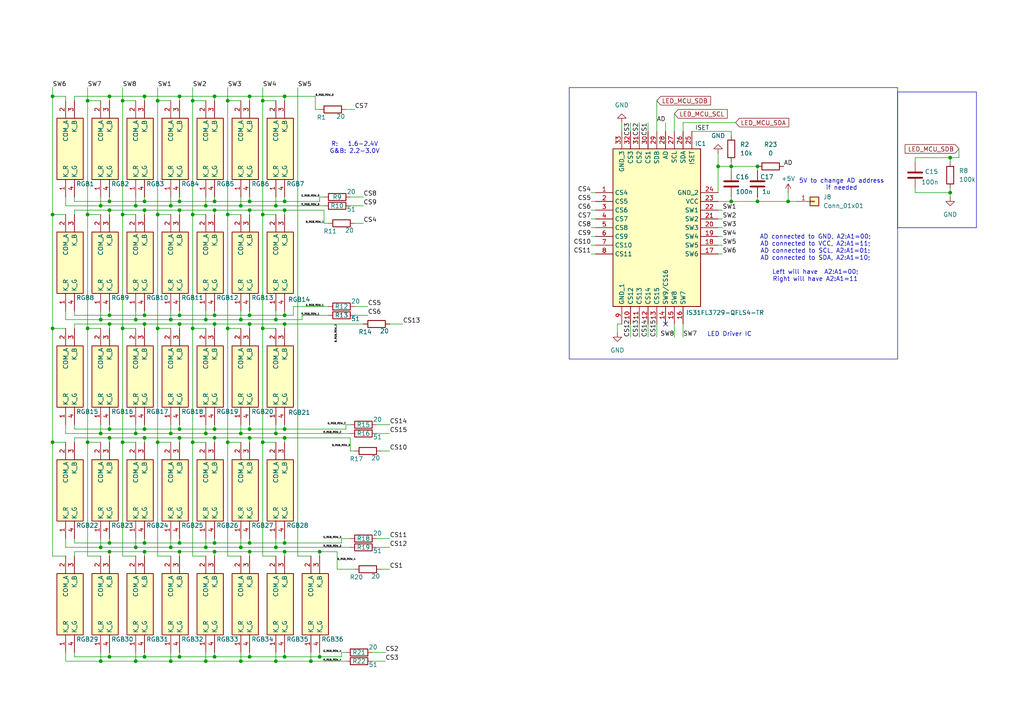
<source format=kicad_sch>
(kicad_sch (version 20250114) (generator "eeschema") (generator_version "9.0")
  (paper "A4")
  (title_block (title "TheFalcon[Left["))
  (rectangle (start 260.35 26.67) (end 283.21 66.04))
  (rectangle (start 165.1 25.4) (end 260.35 104.14))
  (text "AD connected to GND, A2:A1=00;\nAD connected to VCC, A2:A1=11;\nAD connected to SCL, A2:A1=01;\nAD connected to SDA, A2:A1=10;\n\nLeft will have  A2:A1=00;\nRight will have A2:A1=11" (at 236.474 74.93 0) (effects (font (size 1.27 1.27))))
  (text "5V to change AD address\nif needed\n" (at 244.094 53.594 0) (effects (font (size 1.27 1.27))))
  (text "R:   1.6-2.4V\nG&B: 2.2-3.0V" (at 102.87 42.926 0) (effects (font (size 1.27 1.27))))
  (text "LED Driver IC\n" (at 211.582 97.028 0) (effects (font (size 1.27 1.27))))
  (junction (at 35.56 95.25))
  (junction (at 59.69 158.75))
  (junction (at 15.24 27.94))
  (junction (at 212.09 58.42))
  (junction (at 59.69 125.73))
  (junction (at 80.01 158.75))
  (junction (at 62.23 60.96))
  (junction (at 62.23 160.02))
  (junction (at 62.23 27.94))
  (junction (at 52.07 27.94))
  (junction (at 82.55 127))
  (junction (at 29.21 158.75))
  (junction (at 41.91 157.48))
  (junction (at 52.07 58.42))
  (junction (at 52.07 157.48))
  (junction (at 49.53 158.75))
  (junction (at 59.69 59.69))
  (junction (at 52.07 60.96))
  (junction (at 31.75 60.96))
  (junction (at 35.56 128.27))
  (junction (at 35.56 29.21))
  (junction (at 80.01 92.71))
  (junction (at 15.24 95.25))
  (junction (at 39.37 191.77))
  (junction (at 82.55 27.94))
  (junction (at 49.53 191.77))
  (junction (at 39.37 158.75))
  (junction (at 76.2 95.25))
  (junction (at 49.53 125.73))
  (junction (at 212.09 48.26))
  (junction (at 41.91 160.02))
  (junction (at 82.55 93.98))
  (junction (at 72.39 60.96))
  (junction (at 76.2 128.27))
  (junction (at 29.21 59.69))
  (junction (at 82.55 160.02))
  (junction (at 82.55 60.96))
  (junction (at 82.55 91.44))
  (junction (at 66.04 29.21))
  (junction (at 80.01 59.69))
  (junction (at 31.75 91.44))
  (junction (at 72.39 190.5))
  (junction (at 45.72 62.23))
  (junction (at 41.91 124.46))
  (junction (at 52.07 160.02))
  (junction (at 228.6 58.42))
  (junction (at 31.75 93.98))
  (junction (at 208.28 48.26))
  (junction (at 52.07 127))
  (junction (at 35.56 62.23))
  (junction (at 52.07 91.44))
  (junction (at 219.71 48.26))
  (junction (at 72.39 127))
  (junction (at 92.71 160.02))
  (junction (at 31.75 190.5))
  (junction (at 275.59 45.72))
  (junction (at 62.23 190.5))
  (junction (at 59.69 191.77))
  (junction (at 72.39 160.02))
  (junction (at 69.85 191.77))
  (junction (at 275.59 55.88))
  (junction (at 41.91 91.44))
  (junction (at 69.85 92.71))
  (junction (at 55.88 95.25))
  (junction (at 41.91 127))
  (junction (at 29.21 125.73))
  (junction (at 82.55 190.5))
  (junction (at 15.24 128.27))
  (junction (at 219.71 58.42))
  (junction (at 39.37 59.69))
  (junction (at 69.85 125.73))
  (junction (at 31.75 58.42))
  (junction (at 62.23 58.42))
  (junction (at 76.2 62.23))
  (junction (at 41.91 60.96))
  (junction (at 31.75 157.48))
  (junction (at 55.88 62.23))
  (junction (at 45.72 95.25))
  (junction (at 69.85 59.69))
  (junction (at 72.39 91.44))
  (junction (at 15.24 62.23))
  (junction (at 92.71 190.5))
  (junction (at 25.4 128.27))
  (junction (at 41.91 58.42))
  (junction (at 29.21 191.77))
  (junction (at 25.4 62.23))
  (junction (at 82.55 157.48))
  (junction (at 62.23 127))
  (junction (at 25.4 95.25))
  (junction (at 66.04 128.27))
  (junction (at 76.2 29.21))
  (junction (at 52.07 190.5))
  (junction (at 31.75 160.02))
  (junction (at 52.07 124.46))
  (junction (at 62.23 91.44))
  (junction (at 31.75 124.46))
  (junction (at 90.17 191.77))
  (junction (at 62.23 93.98))
  (junction (at 66.04 95.25))
  (junction (at 31.75 127))
  (junction (at 55.88 128.27))
  (junction (at 72.39 58.42))
  (junction (at 62.23 157.48))
  (junction (at 49.53 59.69))
  (junction (at 59.69 92.71))
  (junction (at 72.39 157.48))
  (junction (at 45.72 128.27))
  (junction (at 66.04 62.23))
  (junction (at 72.39 27.94))
  (junction (at 69.85 158.75))
  (junction (at 39.37 125.73))
  (junction (at 82.55 58.42))
  (junction (at 41.91 27.94))
  (junction (at 62.23 124.46))
  (junction (at 72.39 124.46))
  (junction (at 72.39 93.98))
  (junction (at 80.01 125.73))
  (junction (at 52.07 93.98))
  (junction (at 49.53 92.71))
  (junction (at 45.72 29.21))
  (junction (at 41.91 93.98))
  (junction (at 29.21 92.71))
  (junction (at 31.75 27.94))
  (junction (at 25.4 29.21))
  (junction (at 80.01 191.77))
  (junction (at 55.88 29.21))
  (junction (at 41.91 190.5))
  (junction (at 82.55 124.46))
  (junction (at 39.37 92.71))
  (no_connect (at 193.04 93.98))
  (wire (pts (xy 41.91 58.42) (xy 52.07 58.42)))
  (wire (pts (xy 31.75 123.19) (xy 31.75 124.46)))
  (wire (pts (xy 82.55 160.02) (xy 82.55 161.29)))
  (wire (pts (xy 86.36 161.29) (xy 90.17 161.29)))
  (wire (pts (xy 55.88 29.21) (xy 59.69 29.21)))
  (wire (pts (xy 66.04 62.23) (xy 66.04 95.25)))
  (wire (pts (xy 59.69 123.19) (xy 59.69 125.73)))
  (wire (pts (xy 45.72 161.29) (xy 45.72 128.27)))
  (wire (pts (xy 109.22 123.19) (xy 113.03 123.19)))
  (wire (pts (xy 82.55 60.96) (xy 82.55 62.23)))
  (wire (pts (xy 72.39 27.94) (xy 82.55 27.94)))
  (wire (pts (xy 72.39 160.02) (xy 72.39 161.29)))
  (wire (pts (xy 21.59 160.02) (xy 31.75 160.02)))
  (wire (pts (xy 15.24 128.27) (xy 19.05 128.27)))
  (wire (pts (xy 97.79 165.1) (xy 97.79 160.02)))
  (wire (pts (xy 29.21 123.19) (xy 29.21 125.73)))
  (wire (pts (xy 80.01 158.75) (xy 101.6 158.75)))
  (wire (pts (xy 39.37 125.73) (xy 49.53 125.73)))
  (wire (pts (xy 80.01 156.21) (xy 80.01 158.75)))
  (wire (pts (xy 31.75 189.23) (xy 31.75 190.5)))
  (wire (pts (xy 19.05 29.21) (xy 19.05 27.94)))
  (wire (pts (xy 171.45 58.42) (xy 172.72 58.42)))
  (wire (pts (xy 35.56 161.29) (xy 39.37 161.29)))
  (wire (pts (xy 208.28 44.45) (xy 208.28 48.26)))
  (wire (pts (xy 45.72 29.21) (xy 49.53 29.21)))
  (wire (pts (xy 113.03 130.81) (xy 110.49 130.81)))
  (wire (pts (xy 72.39 190.5) (xy 82.55 190.5)))
  (wire (pts (xy 62.23 190.5) (xy 72.39 190.5)))
  (wire (pts (xy 52.07 160.02) (xy 52.07 161.29)))
  (wire (pts (xy 41.91 123.19) (xy 41.91 124.46)))
  (wire (pts (xy 29.21 191.77) (xy 39.37 191.77)))
  (wire (pts (xy 209.55 60.96) (xy 208.28 60.96)))
  (wire (pts (xy 41.91 60.96) (xy 41.91 62.23)))
  (wire (pts (xy 82.55 127) (xy 82.55 128.27)))
  (wire (pts (xy 41.91 189.23) (xy 41.91 190.5)))
  (wire (pts (xy 15.24 95.25) (xy 15.24 128.27)))
  (wire (pts (xy 19.05 191.77) (xy 29.21 191.77)))
  (wire (pts (xy 62.23 27.94) (xy 62.23 29.21)))
  (wire (pts (xy 31.75 93.98) (xy 41.91 93.98)))
  (wire (pts (xy 85.09 88.9) (xy 95.25 88.9)))
  (wire (pts (xy 29.21 189.23) (xy 29.21 191.77)))
  (wire (pts (xy 66.04 29.21) (xy 66.04 62.23)))
  (wire (pts (xy 41.91 27.94) (xy 52.07 27.94)))
  (wire (pts (xy 21.59 160.02) (xy 21.59 161.29)))
  (wire (pts (xy 59.69 125.73) (xy 69.85 125.73)))
  (wire (pts (xy 59.69 156.21) (xy 59.69 158.75)))
  (wire (pts (xy 31.75 127) (xy 41.91 127)))
  (wire (pts (xy 49.53 92.71) (xy 59.69 92.71)))
  (wire (pts (xy 52.07 91.44) (xy 62.23 91.44)))
  (wire (pts (xy 185.42 97.79) (xy 185.42 93.98)))
  (wire (pts (xy 87.63 91.44) (xy 95.25 91.44)))
  (wire (pts (xy 92.71 160.02) (xy 92.71 161.29)))
  (wire (pts (xy 195.58 33.02) (xy 195.58 38.1)))
  (wire (pts (xy 45.72 25.4) (xy 45.72 29.21)))
  (wire (pts (xy 72.39 124.46) (xy 82.55 124.46)))
  (wire (pts (xy 29.21 90.17) (xy 29.21 92.71)))
  (wire (pts (xy 82.55 93.98) (xy 105.41 93.98)))
  (wire (pts (xy 100.33 123.19) (xy 101.6 123.19)))
  (wire (pts (xy 76.2 62.23) (xy 76.2 95.25)))
  (wire (pts (xy 21.59 90.17) (xy 21.59 91.44)))
  (wire (pts (xy 171.45 66.04) (xy 172.72 66.04)))
  (wire (pts (xy 198.12 35.56) (xy 198.12 38.1)))
  (wire (pts (xy 62.23 189.23) (xy 62.23 190.5)))
  (wire (pts (xy 95.25 64.77) (xy 93.98 64.77)))
  (wire (pts (xy 69.85 191.77) (xy 80.01 191.77)))
  (wire (pts (xy 41.91 127) (xy 41.91 128.27)))
  (wire (pts (xy 59.69 191.77) (xy 69.85 191.77)))
  (wire (pts (xy 35.56 128.27) (xy 35.56 161.29)))
  (wire (pts (xy 15.24 62.23) (xy 15.24 95.25)))
  (wire (pts (xy 35.56 95.25) (xy 35.56 128.27)))
  (wire (pts (xy 265.43 54.61) (xy 265.43 55.88)))
  (wire (pts (xy 275.59 55.88) (xy 275.59 57.15)))
  (wire (pts (xy 45.72 95.25) (xy 49.53 95.25)))
  (wire (pts (xy 212.09 49.53) (xy 212.09 48.26)))
  (wire (pts (xy 72.39 57.15) (xy 72.39 58.42)))
  (wire (pts (xy 55.88 161.29) (xy 59.69 161.29)))
  (wire (pts (xy 39.37 59.69) (xy 49.53 59.69)))
  (wire (pts (xy 45.72 128.27) (xy 45.72 95.25)))
  (wire (pts (xy 41.91 160.02) (xy 41.91 161.29)))
  (wire (pts (xy 59.69 57.15) (xy 59.69 59.69)))
  (wire (pts (xy 72.39 91.44) (xy 82.55 91.44)))
  (wire (pts (xy 35.56 62.23) (xy 39.37 62.23)))
  (wire (pts (xy 31.75 156.21) (xy 31.75 157.48)))
  (wire (pts (xy 59.69 92.71) (xy 69.85 92.71)))
  (wire (pts (xy 93.98 64.77) (xy 93.98 60.96)))
  (wire (pts (xy 109.22 156.21) (xy 113.03 156.21)))
  (wire (pts (xy 72.39 157.48) (xy 82.55 157.48)))
  (wire (pts (xy 278.13 45.72) (xy 275.59 45.72)))
  (wire (pts (xy 69.85 123.19) (xy 69.85 125.73)))
  (wire (pts (xy 80.01 125.73) (xy 101.6 125.73)))
  (wire (pts (xy 76.2 95.25) (xy 76.2 128.27)))
  (wire (pts (xy 105.41 64.77) (xy 102.87 64.77)))
  (wire (pts (xy 52.07 123.19) (xy 52.07 124.46)))
  (wire (pts (xy 21.59 27.94) (xy 21.59 29.21)))
  (wire (pts (xy 82.55 90.17) (xy 82.55 91.44)))
  (wire (pts (xy 179.07 93.98) (xy 180.34 93.98)))
  (wire (pts (xy 55.88 29.21) (xy 55.88 62.23)))
  (wire (pts (xy 31.75 27.94) (xy 41.91 27.94)))
  (wire (pts (xy 62.23 127) (xy 72.39 127)))
  (wire (pts (xy 208.28 48.26) (xy 212.09 48.26)))
  (wire (pts (xy 49.53 191.77) (xy 59.69 191.77)))
  (wire (pts (xy 90.17 189.23) (xy 90.17 191.77)))
  (wire (pts (xy 29.21 158.75) (xy 39.37 158.75)))
  (wire (pts (xy 19.05 123.19) (xy 19.05 125.73)))
  (wire (pts (xy 72.39 123.19) (xy 72.39 124.46)))
  (wire (pts (xy 39.37 90.17) (xy 39.37 92.71)))
  (wire (pts (xy 21.59 156.21) (xy 21.59 157.48)))
  (wire (pts (xy 35.56 29.21) (xy 35.56 62.23)))
  (wire (pts (xy 193.04 35.56) (xy 193.04 38.1)))
  (wire (pts (xy 15.24 25.4) (xy 15.24 27.94)))
  (wire (pts (xy 39.37 123.19) (xy 39.37 125.73)))
  (wire (pts (xy 92.71 160.02) (xy 97.79 160.02)))
  (wire (pts (xy 62.23 91.44) (xy 72.39 91.44)))
  (wire (pts (xy 72.39 127) (xy 82.55 127)))
  (wire (pts (xy 55.88 128.27) (xy 55.88 161.29)))
  (wire (pts (xy 82.55 27.94) (xy 82.55 29.21)))
  (wire (pts (xy 49.53 123.19) (xy 49.53 125.73)))
  (wire (pts (xy 62.23 93.98) (xy 62.23 95.25)))
  (wire (pts (xy 185.42 35.56) (xy 185.42 38.1)))
  (wire (pts (xy 39.37 156.21) (xy 39.37 158.75)))
  (wire (pts (xy 41.91 157.48) (xy 52.07 157.48)))
  (wire (pts (xy 265.43 45.72) (xy 265.43 46.99)))
  (wire (pts (xy 80.01 57.15) (xy 80.01 59.69)))
  (wire (pts (xy 52.07 58.42) (xy 62.23 58.42)))
  (wire (pts (xy 21.59 190.5) (xy 31.75 190.5)))
  (wire (pts (xy 41.91 27.94) (xy 41.91 29.21)))
  (wire (pts (xy 19.05 90.17) (xy 19.05 92.71)))
  (wire (pts (xy 265.43 55.88) (xy 275.59 55.88)))
  (wire (pts (xy 62.23 93.98) (xy 72.39 93.98)))
  (wire (pts (xy 19.05 156.21) (xy 19.05 158.75)))
  (wire (pts (xy 182.88 35.56) (xy 182.88 38.1)))
  (wire (pts (xy 55.88 95.25) (xy 59.69 95.25)))
  (wire (pts (xy 31.75 57.15) (xy 31.75 58.42)))
  (wire (pts (xy 100.33 124.46) (xy 100.33 123.19)))
  (wire (pts (xy 190.5 97.79) (xy 190.5 93.98)))
  (wire (pts (xy 219.71 58.42) (xy 219.71 57.15)))
  (wire (pts (xy 76.2 95.25) (xy 80.01 95.25)))
  (wire (pts (xy 41.91 60.96) (xy 52.07 60.96)))
  (wire (pts (xy 228.6 58.42) (xy 228.6 55.88)))
  (wire (pts (xy 62.23 124.46) (xy 72.39 124.46)))
  (wire (pts (xy 72.39 156.21) (xy 72.39 157.48)))
  (wire (pts (xy 212.09 46.99) (xy 212.09 48.26)))
  (wire (pts (xy 39.37 191.77) (xy 49.53 191.77)))
  (wire (pts (xy 52.07 60.96) (xy 52.07 62.23)))
  (wire (pts (xy 21.59 189.23) (xy 21.59 190.5)))
  (wire (pts (xy 69.85 158.75) (xy 80.01 158.75)))
  (wire (pts (xy 25.4 29.21) (xy 29.21 29.21)))
  (wire (pts (xy 55.88 25.4) (xy 55.88 29.21)))
  (wire (pts (xy 99.06 190.5) (xy 99.06 189.23)))
  (wire (pts (xy 52.07 124.46) (xy 62.23 124.46)))
  (wire (pts (xy 49.53 158.75) (xy 59.69 158.75)))
  (wire (pts (xy 31.75 93.98) (xy 31.75 95.25)))
  (wire (pts (xy 59.69 59.69) (xy 69.85 59.69)))
  (wire (pts (xy 19.05 158.75) (xy 29.21 158.75)))
  (wire (pts (xy 15.24 27.94) (xy 15.24 62.23)))
  (wire (pts (xy 52.07 157.48) (xy 62.23 157.48)))
  (wire (pts (xy 62.23 58.42) (xy 72.39 58.42)))
  (wire (pts (xy 212.09 58.42) (xy 212.09 57.15)))
  (wire (pts (xy 52.07 57.15) (xy 52.07 58.42)))
  (wire (pts (xy 39.37 189.23) (xy 39.37 191.77)))
  (wire (pts (xy 21.59 93.98) (xy 31.75 93.98)))
  (wire (pts (xy 41.91 156.21) (xy 41.91 157.48)))
  (wire (pts (xy 49.53 156.21) (xy 49.53 158.75)))
  (wire (pts (xy 41.91 127) (xy 52.07 127)))
  (wire (pts (xy 15.24 95.25) (xy 19.05 95.25)))
  (wire (pts (xy 21.59 124.46) (xy 31.75 124.46)))
  (wire (pts (xy 76.2 161.29) (xy 80.01 161.29)))
  (wire (pts (xy 21.59 127) (xy 31.75 127)))
  (wire (pts (xy 171.45 71.12) (xy 172.72 71.12)))
  (wire (pts (xy 21.59 127) (xy 21.59 128.27)))
  (wire (pts (xy 80.01 59.69) (xy 93.98 59.69)))
  (wire (pts (xy 187.96 35.56) (xy 187.96 38.1)))
  (wire (pts (xy 59.69 189.23) (xy 59.69 191.77)))
  (wire (pts (xy 21.59 91.44) (xy 31.75 91.44)))
  (wire (pts (xy 62.23 157.48) (xy 72.39 157.48)))
  (wire (pts (xy 31.75 90.17) (xy 31.75 91.44)))
  (wire (pts (xy 82.55 27.94) (xy 91.44 27.94)))
  (wire (pts (xy 52.07 156.21) (xy 52.07 157.48)))
  (wire (pts (xy 29.21 156.21) (xy 29.21 158.75)))
  (wire (pts (xy 49.53 125.73) (xy 59.69 125.73)))
  (wire (pts (xy 15.24 128.27) (xy 15.24 161.29)))
  (wire (pts (xy 31.75 127) (xy 31.75 128.27)))
  (wire (pts (xy 19.05 57.15) (xy 19.05 59.69)))
  (wire (pts (xy 45.72 95.25) (xy 45.72 62.23)))
  (wire (pts (xy 212.09 39.37) (xy 212.09 38.1)))
  (wire (pts (xy 66.04 95.25) (xy 69.85 95.25)))
  (wire (pts (xy 52.07 90.17) (xy 52.07 91.44)))
  (wire (pts (xy 213.36 35.56) (xy 198.12 35.56)))
  (wire (pts (xy 25.4 128.27) (xy 25.4 161.29)))
  (wire (pts (xy 72.39 60.96) (xy 82.55 60.96)))
  (wire (pts (xy 52.07 160.02) (xy 62.23 160.02)))
  (wire (pts (xy 76.2 29.21) (xy 80.01 29.21)))
  (wire (pts (xy 72.39 27.94) (xy 72.39 29.21)))
  (wire (pts (xy 208.28 48.26) (xy 208.28 55.88)))
  (wire (pts (xy 208.28 68.58) (xy 209.55 68.58)))
  (wire (pts (xy 21.59 157.48) (xy 31.75 157.48)))
  (wire (pts (xy 66.04 25.4) (xy 66.04 29.21)))
  (wire (pts (xy 21.59 60.96) (xy 21.59 62.23)))
  (wire (pts (xy 39.37 92.71) (xy 49.53 92.71)))
  (wire (pts (xy 275.59 45.72) (xy 275.59 46.99)))
  (wire (pts (xy 101.6 59.69) (xy 105.41 59.69)))
  (wire (pts (xy 87.63 92.71) (xy 87.63 91.44)))
  (wire (pts (xy 21.59 123.19) (xy 21.59 124.46)))
  (wire (pts (xy 190.5 29.21) (xy 190.5 38.1)))
  (wire (pts (xy 62.23 60.96) (xy 72.39 60.96)))
  (wire (pts (xy 82.55 127) (xy 101.6 127)))
  (wire (pts (xy 109.22 158.75) (xy 113.03 158.75)))
  (wire (pts (xy 107.95 189.23) (xy 111.76 189.23)))
  (wire (pts (xy 76.2 128.27) (xy 80.01 128.27)))
  (wire (pts (xy 209.55 63.5) (xy 208.28 63.5)))
  (wire (pts (xy 62.23 57.15) (xy 62.23 58.42)))
  (wire (pts (xy 80.01 123.19) (xy 80.01 125.73)))
  (wire (pts (xy 19.05 125.73) (xy 29.21 125.73)))
  (wire (pts (xy 21.59 58.42) (xy 31.75 58.42)))
  (wire (pts (xy 25.4 25.4) (xy 25.4 29.21)))
  (wire (pts (xy 45.72 62.23) (xy 49.53 62.23)))
  (wire (pts (xy 62.23 160.02) (xy 62.23 161.29)))
  (wire (pts (xy 92.71 57.15) (xy 93.98 57.15)))
  (wire (pts (xy 25.4 95.25) (xy 25.4 128.27)))
  (wire (pts (xy 69.85 90.17) (xy 69.85 92.71)))
  (wire (pts (xy 113.03 93.98) (xy 116.84 93.98)))
  (wire (pts (xy 62.23 127) (xy 62.23 128.27)))
  (wire (pts (xy 35.56 128.27) (xy 39.37 128.27)))
  (wire (pts (xy 69.85 125.73) (xy 80.01 125.73)))
  (wire (pts (xy 82.55 190.5) (xy 92.71 190.5)))
  (wire (pts (xy 15.24 62.23) (xy 19.05 62.23)))
  (wire (pts (xy 52.07 127) (xy 62.23 127)))
  (wire (pts (xy 21.59 93.98) (xy 21.59 95.25)))
  (wire (pts (xy 198.12 97.79) (xy 198.12 93.98)))
  (wire (pts (xy 29.21 59.69) (xy 39.37 59.69)))
  (wire (pts (xy 41.91 91.44) (xy 52.07 91.44)))
  (wire (pts (xy 82.55 91.44) (xy 85.09 91.44)))
  (wire (pts (xy 92.71 31.75) (xy 91.44 31.75)))
  (wire (pts (xy 102.87 165.1) (xy 97.79 165.1)))
  (wire (pts (xy 31.75 27.94) (xy 31.75 29.21)))
  (wire (pts (xy 59.69 90.17) (xy 59.69 92.71)))
  (wire (pts (xy 102.87 88.9) (xy 106.68 88.9)))
  (wire (pts (xy 180.34 35.56) (xy 180.34 38.1)))
  (wire (pts (xy 208.28 58.42) (xy 212.09 58.42)))
  (wire (pts (xy 69.85 92.71) (xy 80.01 92.71)))
  (wire (pts (xy 91.44 31.75) (xy 91.44 27.94)))
  (wire (pts (xy 39.37 57.15) (xy 39.37 59.69)))
  (wire (pts (xy 80.01 90.17) (xy 80.01 92.71)))
  (wire (pts (xy 15.24 161.29) (xy 19.05 161.29)))
  (wire (pts (xy 66.04 95.25) (xy 66.04 128.27)))
  (wire (pts (xy 72.39 127) (xy 72.39 128.27)))
  (wire (pts (xy 82.55 60.96) (xy 93.98 60.96)))
  (wire (pts (xy 41.91 90.17) (xy 41.91 91.44)))
  (wire (pts (xy 31.75 60.96) (xy 41.91 60.96)))
  (wire (pts (xy 55.88 128.27) (xy 59.69 128.27)))
  (wire (pts (xy 92.71 190.5) (xy 99.06 190.5)))
  (wire (pts (xy 21.59 60.96) (xy 31.75 60.96)))
  (wire (pts (xy 31.75 60.96) (xy 31.75 62.23)))
  (wire (pts (xy 265.43 45.72) (xy 275.59 45.72)))
  (wire (pts (xy 19.05 189.23) (xy 19.05 191.77)))
  (wire (pts (xy 31.75 91.44) (xy 41.91 91.44)))
  (wire (pts (xy 49.53 57.15) (xy 49.53 59.69)))
  (wire (pts (xy 80.01 191.77) (xy 90.17 191.77)))
  (wire (pts (xy 179.07 96.52) (xy 179.07 93.98)))
  (wire (pts (xy 209.55 66.04) (xy 208.28 66.04)))
  (wire (pts (xy 99.06 189.23) (xy 100.33 189.23)))
  (wire (pts (xy 82.55 157.48) (xy 99.06 157.48)))
  (wire (pts (xy 72.39 189.23) (xy 72.39 190.5)))
  (wire (pts (xy 102.87 91.44) (xy 106.68 91.44)))
  (wire (pts (xy 82.55 124.46) (xy 100.33 124.46)))
  (wire (pts (xy 62.23 156.21) (xy 62.23 157.48)))
  (wire (pts (xy 29.21 57.15) (xy 29.21 59.69)))
  (wire (pts (xy 82.55 123.19) (xy 82.55 124.46)))
  (wire (pts (xy 41.91 160.02) (xy 52.07 160.02)))
  (wire (pts (xy 76.2 29.21) (xy 76.2 62.23)))
  (wire (pts (xy 31.75 58.42) (xy 41.91 58.42)))
  (wire (pts (xy 31.75 124.46) (xy 41.91 124.46)))
  (wire (pts (xy 278.13 43.18) (xy 278.13 45.72)))
  (wire (pts (xy 76.2 62.23) (xy 80.01 62.23)))
  (wire (pts (xy 212.09 58.42) (xy 219.71 58.42)))
  (wire (pts (xy 72.39 90.17) (xy 72.39 91.44)))
  (wire (pts (xy 45.72 128.27) (xy 49.53 128.27)))
  (wire (pts (xy 21.59 57.15) (xy 21.59 58.42)))
  (wire (pts (xy 219.71 58.42) (xy 228.6 58.42)))
  (wire (pts (xy 29.21 125.73) (xy 39.37 125.73)))
  (wire (pts (xy 35.56 95.25) (xy 39.37 95.25)))
  (wire (pts (xy 200.66 38.1) (xy 212.09 38.1)))
  (wire (pts (xy 41.91 93.98) (xy 52.07 93.98)))
  (wire (pts (xy 69.85 156.21) (xy 69.85 158.75)))
  (wire (pts (xy 52.07 93.98) (xy 52.07 95.25)))
  (wire (pts (xy 25.4 128.27) (xy 29.21 128.27)))
  (wire (pts (xy 66.04 128.27) (xy 69.85 128.27)))
  (wire (pts (xy 92.71 58.42) (xy 92.71 57.15)))
  (wire (pts (xy 187.96 97.79) (xy 187.96 93.98)))
  (wire (pts (xy 49.53 161.29) (xy 45.72 161.29)))
  (wire (pts (xy 25.4 62.23) (xy 29.21 62.23)))
  (wire (pts (xy 102.87 130.81) (xy 101.6 130.81)))
  (wire (pts (xy 80.01 189.23) (xy 80.01 191.77)))
  (wire (pts (xy 275.59 54.61) (xy 275.59 55.88)))
  (wire (pts (xy 31.75 157.48) (xy 41.91 157.48)))
  (wire (pts (xy 69.85 189.23) (xy 69.85 191.77)))
  (wire (pts (xy 99.06 157.48) (xy 99.06 156.21)))
  (wire (pts (xy 55.88 95.25) (xy 55.88 128.27)))
  (wire (pts (xy 41.91 190.5) (xy 52.07 190.5)))
  (wire (pts (xy 72.39 160.02) (xy 82.55 160.02)))
  (wire (pts (xy 102.87 31.75) (xy 100.33 31.75)))
  (wire (pts (xy 31.75 190.5) (xy 41.91 190.5)))
  (wire (pts (xy 109.22 125.73) (xy 113.03 125.73)))
  (wire (pts (xy 62.23 90.17) (xy 62.23 91.44)))
  (wire (pts (xy 35.56 29.21) (xy 39.37 29.21)))
  (wire (pts (xy 92.71 189.23) (xy 92.71 190.5)))
  (wire (pts (xy 101.6 57.15) (xy 105.41 57.15)))
  (wire (pts (xy 82.55 156.21) (xy 82.55 157.48)))
  (wire (pts (xy 182.88 97.79) (xy 182.88 93.98)))
  (wire (pts (xy 171.45 68.58) (xy 172.72 68.58)))
  (wire (pts (xy 52.07 189.23) (xy 52.07 190.5)))
  (wire (pts (xy 195.58 97.79) (xy 195.58 93.98)))
  (wire (pts (xy 171.45 60.96) (xy 172.72 60.96)))
  (wire (pts (xy 25.4 95.25) (xy 29.21 95.25)))
  (wire (pts (xy 55.88 62.23) (xy 59.69 62.23)))
  (wire (pts (xy 52.07 27.94) (xy 62.23 27.94)))
  (wire (pts (xy 25.4 62.23) (xy 25.4 95.25)))
  (wire (pts (xy 41.91 57.15) (xy 41.91 58.42)))
  (wire (pts (xy 39.37 158.75) (xy 49.53 158.75)))
  (wire (pts (xy 52.07 127) (xy 52.07 128.27)))
  (wire (pts (xy 49.53 90.17) (xy 49.53 92.71)))
  (wire (pts (xy 66.04 128.27) (xy 66.04 161.29)))
  (wire (pts (xy 25.4 161.29) (xy 29.21 161.29)))
  (wire (pts (xy 90.17 191.77) (xy 100.33 191.77)))
  (wire (pts (xy 69.85 59.69) (xy 80.01 59.69)))
  (wire (pts (xy 82.55 160.02) (xy 92.71 160.02)))
  (wire (pts (xy 49.53 189.23) (xy 49.53 191.77)))
  (wire (pts (xy 209.55 71.12) (xy 208.28 71.12)))
  (wire (pts (xy 80.01 92.71) (xy 87.63 92.71)))
  (wire (pts (xy 76.2 128.27) (xy 76.2 161.29)))
  (wire (pts (xy 82.55 57.15) (xy 82.55 58.42)))
  (wire (pts (xy 29.21 92.71) (xy 39.37 92.71)))
  (wire (pts (xy 62.23 123.19) (xy 62.23 124.46)))
  (wire (pts (xy 55.88 62.23) (xy 55.88 95.25)))
  (wire (pts (xy 35.56 62.23) (xy 35.56 95.25)))
  (wire (pts (xy 62.23 160.02) (xy 72.39 160.02)))
  (wire (pts (xy 72.39 58.42) (xy 82.55 58.42)))
  (wire (pts (xy 72.39 93.98) (xy 72.39 95.25)))
  (wire (pts (xy 41.91 124.46) (xy 52.07 124.46)))
  (wire (pts (xy 171.45 73.66) (xy 172.72 73.66)))
  (wire (pts (xy 19.05 27.94) (xy 15.24 27.94)))
  (wire (pts (xy 85.09 91.44) (xy 85.09 88.9)))
  (wire (pts (xy 82.55 189.23) (xy 82.55 190.5)))
  (wire (pts (xy 59.69 158.75) (xy 69.85 158.75)))
  (wire (pts (xy 31.75 160.02) (xy 41.91 160.02)))
  (wire (pts (xy 19.05 92.71) (xy 29.21 92.71)))
  (wire (pts (xy 86.36 25.4) (xy 86.36 161.29)))
  (wire (pts (xy 45.72 62.23) (xy 45.72 29.21)))
  (wire (pts (xy 62.23 27.94) (xy 72.39 27.94)))
  (wire (pts (xy 66.04 161.29) (xy 69.85 161.29)))
  (wire (pts (xy 52.07 27.94) (xy 52.07 29.21)))
  (wire (pts (xy 66.04 62.23) (xy 69.85 62.23)))
  (wire (pts (xy 52.07 60.96) (xy 62.23 60.96)))
  (wire (pts (xy 219.71 48.26) (xy 219.71 49.53)))
  (wire (pts (xy 52.07 93.98) (xy 62.23 93.98)))
  (wire (pts (xy 82.55 93.98) (xy 82.55 95.25)))
  (wire (pts (xy 66.04 29.21) (xy 69.85 29.21)))
  (wire (pts (xy 49.53 59.69) (xy 59.69 59.69)))
  (wire (pts (xy 82.55 58.42) (xy 92.71 58.42)))
  (wire (pts (xy 113.03 165.1) (xy 110.49 165.1)))
  (wire (pts (xy 52.07 190.5) (xy 62.23 190.5)))
  (wire (pts (xy 35.56 25.4) (xy 35.56 29.21)))
  (wire (pts (xy 69.85 57.15) (xy 69.85 59.69)))
  (wire (pts (xy 19.05 59.69) (xy 29.21 59.69)))
  (wire (pts (xy 31.75 160.02) (xy 31.75 161.29)))
  (wire (pts (xy 171.45 63.5) (xy 172.72 63.5)))
  (wire (pts (xy 209.55 73.66) (xy 208.28 73.66)))
  (wire (pts (xy 21.59 27.94) (xy 31.75 27.94)))
  (wire (pts (xy 231.14 58.42) (xy 228.6 58.42)))
  (wire (pts (xy 99.06 156.21) (xy 101.6 156.21)))
  (wire (pts (xy 72.39 93.98) (xy 82.55 93.98)))
  (wire (pts (xy 62.23 60.96) (xy 62.23 62.23)))
  (wire (pts (xy 101.6 130.81) (xy 101.6 127)))
  (wire (pts (xy 171.45 55.88) (xy 172.72 55.88)))
  (wire (pts (xy 25.4 29.21) (xy 25.4 62.23)))
  (wire (pts (xy 72.39 60.96) (xy 72.39 62.23)))
  (wire (pts (xy 212.09 48.26) (xy 219.71 48.26)))
  (wire (pts (xy 107.95 191.77) (xy 111.76 191.77)))
  (wire (pts (xy 41.91 93.98) (xy 41.91 95.25)))
  (wire (pts (xy 76.2 25.4) (xy 76.2 29.21)))
  (label "B_RGB_ROW_0" (at 91.44 27.94 0) (effects (font (size 0.5 0.5))))
  (label "ISET" (at 205.74 38.1 180))
  (label "SW5" (at 209.55 71.12 0))
  (label "SW6" (at 209.55 73.66 0))
  (label "R_RGB_ROW_1" (at 92.71 91.44 180) (effects (font (size 0.5 0.5))))
  (label "SW4" (at 76.2 25.4 0))
  (label "CS6" (at 171.45 60.96 180))
  (label "CS13" (at 116.84 93.98 0))
  (label "B_RGB_ROW_1" (at 93.98 64.77 180) (effects (font (size 0.5 0.5))))
  (label "SW3" (at 209.55 66.04 0))
  (label "SW5" (at 86.36 25.4 0))
  (label "SW7" (at 25.4 25.4 0))
  (label "CS8" (at 171.45 66.04 180))
  (label "CS4" (at 105.41 64.77 0))
  (label "B_RGB_ROW_4" (at 97.79 162.56 0) (effects (font (size 0.5 0.5))))
  (label "CS12" (at 182.88 97.79 90))
  (label "CS3" (at 111.76 191.77 0))
  (label "CS6" (at 106.68 91.44 0))
  (label "CS1" (at 113.03 165.1 0))
  (label "CS7" (at 102.87 31.75 0))
  (label "R_RGB_ROW_4" (at 99.06 191.77 180) (effects (font (size 0.5 0.5))))
  (label "CS2" (at 185.42 35.56 270))
  (label "AD" (at 193.04 35.56 180))
  (label "CS11" (at 113.03 156.21 0))
  (label "CS4" (at 171.45 55.88 180))
  (label "SW2" (at 55.88 25.4 0))
  (label "CS12" (at 113.03 158.75 0))
  (label "CS5" (at 171.45 58.42 180))
  (label "CS10" (at 113.03 130.81 0))
  (label "SW3" (at 66.04 25.4 0))
  (label "CS2" (at 111.76 189.23 0))
  (label "CS11" (at 171.45 73.66 180))
  (label "CS13" (at 185.42 97.79 90))
  (label "R_RGB_ROW_3" (at 99.06 158.75 180) (effects (font (size 0.5 0.5))))
  (label "CS3" (at 182.88 35.56 270))
  (label "CS14" (at 113.03 123.19 0))
  (label "SW1" (at 45.72 25.4 0))
  (label "AD" (at 227.33 48.26 0))
  (label "CS9" (at 105.41 59.69 0))
  (label "CS5" (at 106.68 88.9 0))
  (label "SW1" (at 209.55 60.96 0))
  (label "R_RGB_ROW_2" (at 99.06 125.73 180) (effects (font (size 0.5 0.5))))
  (label "CS8" (at 105.41 57.15 0))
  (label "SW8" (at 35.56 25.4 0))
  (label "G_RGB_ROW_1" (at 93.98 88.9 180) (effects (font (size 0.5 0.5))))
  (label "CS9" (at 171.45 68.58 180))
  (label "SW2" (at 209.55 63.5 0))
  (label "CS14" (at 187.96 97.79 90))
  (label "SW8" (at 195.58 97.79 180))
  (label "CS10" (at 171.45 71.12 180))
  (label "B_RGB_ROW_2" (at 97.79 93.98 270) (effects (font (size 0.5 0.5))))
  (label "G_RGB_ROW_4" (at 99.06 189.23 180) (effects (font (size 0.5 0.5))))
  (label "SW6" (at 15.24 25.4 0))
  (label "G_RGB_ROW_2" (at 100.33 123.19 180) (effects (font (size 0.5 0.5))))
  (label "CS1" (at 187.96 35.56 270))
  (label "R_RGB_ROW_0" (at 92.71 59.69 180) (effects (font (size 0.5 0.5))))
  (label "CS7" (at 171.45 63.5 180))
  (label "B_RGB_ROW_3" (at 101.6 129.54 180) (effects (font (size 0.5 0.5))))
  (label "SW7" (at 198.12 97.79 0))
  (label "G_RGB_ROW_0" (at 92.71 57.15 180) (effects (font (size 0.5 0.5))))
  (label "SW4" (at 209.55 68.58 0))
  (label "CS15" (at 190.5 97.79 90))
  (label "G_RGB_ROW_3" (at 99.06 156.21 180) (effects (font (size 0.5 0.5))))
  (label "CS15" (at 113.03 125.73 0))
  (global_label "LED_MCU_SCL" (shape input) (at 195.58 33.02 0) (property "Intersheetrefs" "${INTERSHEET_REFS}" (effects (hide yes))))
  (global_label "LED_MCU_SDB" (shape input) (at 190.5 29.21 0) (property "Intersheetrefs" "${INTERSHEET_REFS}" (effects (hide yes))))
  (global_label "LED_MCU_SDB" (shape input) (at 278.13 43.18 180) (property "Intersheetrefs" "${INTERSHEET_REFS}" (effects (hide yes))))
  (global_label "LED_MCU_SDA" (shape input) (at 213.36 35.56 0) (property "Intersheetrefs" "${INTERSHEET_REFS}" (effects (hide yes))))
  (symbol (lib_id "SamacSys_Parts:T36K3BGR-05D000121U1930") (at 21.59 95.25 270) (unit 1)
    (property "Reference" "RGB15" (at 22.098 119.38 90) (effects (justify left)))
    (property "Value" "T36K3BGR-05D000121U1930" (effects (hide yes)))
    (property "Footprint" "SamacSys_Parts:T36K3BGR05D000121U1930_MODEL_INVERTED" (effects (hide yes)))
    (property "Datasheet" "https://media.digikey.com/pdf/Data%20Sheets/Harvatek%20PDFs/T36K3BGR-05D000121U1930%20V1.1.pdf" (effects (hide yes)))
    (property "Description" "Red, Green, Blue (RGB) LED Indication - Discrete 2V Red, 2.6V Green, 2.6V Blue 4-SMD, Flat Leads" (effects (hide yes)))
    (property "Height" "1.95" (effects (hide yes)))
    (property "Manufacturer_Name" "Harvatek" (effects (hide yes)))
    (property "Manufacturer_Part_Number" "T36K3BGR-05D000121U1930" (effects (hide yes)))
    (property "Link" "https://www.digikey.co.za/en/products/detail/harvatek-corporation/T36K3BGR-05D000121U1930/13590552?gclsrc=aw.ds&gad_source=1&gad_campaignid=18332725675&gclid=CjwKCAjw3_PCBhA2EiwAkH_j4p_QtDhlQpza2d-NPZBb4jJS1A0XFtYZwf8-o4gfmgO7poN-xv8XiRoCstoQAvD_BwE" (effects (hide yes)))
  )
  (symbol (lib_id "Device:R") (at 104.14 191.77 90) (unit 1)
    (property "Reference" "R22" (at 104.14 191.77 90))
    (property "Value" "51" (at 108.204 192.786 90))
    (property "Footprint" "Resistor_SMD:R_0603_1608Metric" (effects (hide yes)))
    (property "Description" "Resistor" (effects (hide yes)))
  )
  (symbol (lib_id "SamacSys_Parts:T36K3BGR-05D000121U1930") (at 41.91 29.21 270) (unit 1)
    (property "Reference" "RGB3" (at 42.418 53.34 90) (effects (justify left)))
    (property "Value" "T36K3BGR-05D000121U1930" (effects (hide yes)))
    (property "Footprint" "SamacSys_Parts:T36K3BGR05D000121U1930_MODEL_INVERTED" (effects (hide yes)))
    (property "Datasheet" "https://media.digikey.com/pdf/Data%20Sheets/Harvatek%20PDFs/T36K3BGR-05D000121U1930%20V1.1.pdf" (effects (hide yes)))
    (property "Description" "Red, Green, Blue (RGB) LED Indication - Discrete 2V Red, 2.6V Green, 2.6V Blue 4-SMD, Flat Leads" (effects (hide yes)))
    (property "Height" "1.95" (effects (hide yes)))
    (property "Manufacturer_Name" "Harvatek" (effects (hide yes)))
    (property "Manufacturer_Part_Number" "T36K3BGR-05D000121U1930" (effects (hide yes)))
    (property "Link" "https://www.digikey.co.za/en/products/detail/harvatek-corporation/T36K3BGR-05D000121U1930/13590552?gclsrc=aw.ds&gad_source=1&gad_campaignid=18332725675&gclid=CjwKCAjw3_PCBhA2EiwAkH_j4p_QtDhlQpza2d-NPZBb4jJS1A0XFtYZwf8-o4gfmgO7poN-xv8XiRoCstoQAvD_BwE" (effects (hide yes)))
  )
  (symbol (lib_id "Device:R") (at 275.59 50.8 0) (unit 1)
    (property "Reference" "R8" (at 278.13 49.5299 0) (effects (justify left)))
    (property "Value" "100k" (at 278.13 52.0699 0) (effects (justify left)))
    (property "Footprint" "Resistor_SMD:R_0603_1608Metric" (effects (hide yes)))
    (property "Description" "Resistor" (effects (hide yes)))
  )
  (symbol (lib_id "SamacSys_Parts:T36K3BGR-05D000121U1930") (at 72.39 161.29 270) (unit 1)
    (property "Reference" "RGB34" (at 72.898 185.42 90) (effects (justify left)))
    (property "Value" "T36K3BGR-05D000121U1930" (effects (hide yes)))
    (property "Footprint" "SamacSys_Parts:T36K3BGR05D000121U1930_MODEL_INVERTED" (effects (hide yes)))
    (property "Datasheet" "https://media.digikey.com/pdf/Data%20Sheets/Harvatek%20PDFs/T36K3BGR-05D000121U1930%20V1.1.pdf" (effects (hide yes)))
    (property "Description" "Red, Green, Blue (RGB) LED Indication - Discrete 2V Red, 2.6V Green, 2.6V Blue 4-SMD, Flat Leads" (effects (hide yes)))
    (property "Height" "1.95" (effects (hide yes)))
    (property "Manufacturer_Name" "Harvatek" (effects (hide yes)))
    (property "Manufacturer_Part_Number" "T36K3BGR-05D000121U1930" (effects (hide yes)))
    (property "Link" "https://www.digikey.co.za/en/products/detail/harvatek-corporation/T36K3BGR-05D000121U1930/13590552?gclsrc=aw.ds&gad_source=1&gad_campaignid=18332725675&gclid=CjwKCAjw3_PCBhA2EiwAkH_j4p_QtDhlQpza2d-NPZBb4jJS1A0XFtYZwf8-o4gfmgO7poN-xv8XiRoCstoQAvD_BwE" (effects (hide yes)))
  )
  (symbol (lib_id "Device:R") (at 96.52 31.75 90) (unit 1)
    (property "Reference" "R1" (at 93.218 34.036 90))
    (property "Value" "20" (at 98.806 33.782 90))
    (property "Footprint" "Resistor_SMD:R_0603_1608Metric" (effects (hide yes)))
    (property "Description" "Resistor" (effects (hide yes)))
  )
  (symbol (lib_id "Device:R") (at 97.79 57.15 90) (unit 1)
    (property "Reference" "R9" (at 97.79 57.15 90))
    (property "Value" "20" (at 101.854 55.626 90))
    (property "Footprint" "Resistor_SMD:R_0603_1608Metric" (effects (hide yes)))
    (property "Description" "Resistor" (effects (hide yes)))
  )
  (symbol (lib_id "power:GND") (at 208.28 44.45 180) (unit 1)
    (property "Reference" "#PWR03" (effects (hide yes)))
    (property "Value" "GND" (at 208.28 39.37 0))
    (property "Description" "Power symbol creates a global label with name \"GND\" , ground" (effects (hide yes)))
  )
  (symbol (lib_id "SamacSys_Parts:T36K3BGR-05D000121U1930") (at 92.71 161.29 270) (unit 1)
    (property "Reference" "RGB36" (at 93.218 185.42 90) (effects (justify left)))
    (property "Value" "T36K3BGR-05D000121U1930" (effects (hide yes)))
    (property "Footprint" "SamacSys_Parts:T36K3BGR05D000121U1930_MODEL_INVERTED" (effects (hide yes)))
    (property "Datasheet" "https://media.digikey.com/pdf/Data%20Sheets/Harvatek%20PDFs/T36K3BGR-05D000121U1930%20V1.1.pdf" (effects (hide yes)))
    (property "Description" "Red, Green, Blue (RGB) LED Indication - Discrete 2V Red, 2.6V Green, 2.6V Blue 4-SMD, Flat Leads" (effects (hide yes)))
    (property "Height" "1.95" (effects (hide yes)))
    (property "Manufacturer_Name" "Harvatek" (effects (hide yes)))
    (property "Manufacturer_Part_Number" "T36K3BGR-05D000121U1930" (effects (hide yes)))
    (property "Link" "https://www.digikey.co.za/en/products/detail/harvatek-corporation/T36K3BGR-05D000121U1930/13590552?gclsrc=aw.ds&gad_source=1&gad_campaignid=18332725675&gclid=CjwKCAjw3_PCBhA2EiwAkH_j4p_QtDhlQpza2d-NPZBb4jJS1A0XFtYZwf8-o4gfmgO7poN-xv8XiRoCstoQAvD_BwE" (effects (hide yes)))
  )
  (symbol (lib_id "SamacSys_Parts:T36K3BGR-05D000121U1930") (at 52.07 95.25 270) (unit 1)
    (property "Reference" "RGB18" (at 52.578 119.38 90) (effects (justify left)))
    (property "Value" "T36K3BGR-05D000121U1930" (effects (hide yes)))
    (property "Footprint" "SamacSys_Parts:T36K3BGR05D000121U1930_MODEL_INVERTED" (effects (hide yes)))
    (property "Datasheet" "https://media.digikey.com/pdf/Data%20Sheets/Harvatek%20PDFs/T36K3BGR-05D000121U1930%20V1.1.pdf" (effects (hide yes)))
    (property "Description" "Red, Green, Blue (RGB) LED Indication - Discrete 2V Red, 2.6V Green, 2.6V Blue 4-SMD, Flat Leads" (effects (hide yes)))
    (property "Height" "1.95" (effects (hide yes)))
    (property "Manufacturer_Name" "Harvatek" (effects (hide yes)))
    (property "Manufacturer_Part_Number" "T36K3BGR-05D000121U1930" (effects (hide yes)))
    (property "Link" "https://www.digikey.co.za/en/products/detail/harvatek-corporation/T36K3BGR-05D000121U1930/13590552?gclsrc=aw.ds&gad_source=1&gad_campaignid=18332725675&gclid=CjwKCAjw3_PCBhA2EiwAkH_j4p_QtDhlQpza2d-NPZBb4jJS1A0XFtYZwf8-o4gfmgO7poN-xv8XiRoCstoQAvD_BwE" (effects (hide yes)))
  )
  (symbol (lib_id "Device:R") (at 223.52 48.26 90) (unit 1)
    (property "Reference" "R23" (at 223.52 41.91 90))
    (property "Value" "0" (at 223.52 44.45 90))
    (property "Footprint" "Resistor_SMD:R_0603_1608Metric_Pad0.98x0.95mm_HandSolder" (effects (hide yes)))
    (property "Description" "Resistor" (effects (hide yes)))
  )
  (symbol (lib_id "Device:R") (at 105.41 125.73 90) (unit 1)
    (property "Reference" "R16" (at 105.41 125.73 90))
    (property "Value" "51" (at 109.474 126.746 90))
    (property "Footprint" "Resistor_SMD:R_0603_1608Metric" (effects (hide yes)))
    (property "Description" "Resistor" (effects (hide yes)))
  )
  (symbol (lib_id "Device:R") (at 105.41 123.19 90) (unit 1)
    (property "Reference" "R15" (at 105.41 123.19 90))
    (property "Value" "20" (at 109.474 121.666 90))
    (property "Footprint" "Resistor_SMD:R_0603_1608Metric" (effects (hide yes)))
    (property "Description" "Resistor" (effects (hide yes)))
  )
  (symbol (lib_id "SamacSys_Parts:T36K3BGR-05D000121U1930") (at 52.07 161.29 270) (unit 1)
    (property "Reference" "RGB32" (at 52.578 185.42 90) (effects (justify left)))
    (property "Value" "T36K3BGR-05D000121U1930" (effects (hide yes)))
    (property "Footprint" "SamacSys_Parts:T36K3BGR05D000121U1930_MODEL_INVERTED" (effects (hide yes)))
    (property "Datasheet" "https://media.digikey.com/pdf/Data%20Sheets/Harvatek%20PDFs/T36K3BGR-05D000121U1930%20V1.1.pdf" (effects (hide yes)))
    (property "Description" "Red, Green, Blue (RGB) LED Indication - Discrete 2V Red, 2.6V Green, 2.6V Blue 4-SMD, Flat Leads" (effects (hide yes)))
    (property "Height" "1.95" (effects (hide yes)))
    (property "Manufacturer_Name" "Harvatek" (effects (hide yes)))
    (property "Manufacturer_Part_Number" "T36K3BGR-05D000121U1930" (effects (hide yes)))
    (property "Link" "https://www.digikey.co.za/en/products/detail/harvatek-corporation/T36K3BGR-05D000121U1930/13590552?gclsrc=aw.ds&gad_source=1&gad_campaignid=18332725675&gclid=CjwKCAjw3_PCBhA2EiwAkH_j4p_QtDhlQpza2d-NPZBb4jJS1A0XFtYZwf8-o4gfmgO7poN-xv8XiRoCstoQAvD_BwE" (effects (hide yes)))
  )
  (symbol (lib_id "SamacSys_Parts:T36K3BGR-05D000121U1930") (at 72.39 29.21 270) (unit 1)
    (property "Reference" "RGB6" (at 72.898 53.34 90) (effects (justify left)))
    (property "Value" "T36K3BGR-05D000121U1930" (effects (hide yes)))
    (property "Footprint" "SamacSys_Parts:T36K3BGR05D000121U1930_MODEL_INVERTED" (effects (hide yes)))
    (property "Datasheet" "https://media.digikey.com/pdf/Data%20Sheets/Harvatek%20PDFs/T36K3BGR-05D000121U1930%20V1.1.pdf" (effects (hide yes)))
    (property "Description" "Red, Green, Blue (RGB) LED Indication - Discrete 2V Red, 2.6V Green, 2.6V Blue 4-SMD, Flat Leads" (effects (hide yes)))
    (property "Height" "1.95" (effects (hide yes)))
    (property "Manufacturer_Name" "Harvatek" (effects (hide yes)))
    (property "Manufacturer_Part_Number" "T36K3BGR-05D000121U1930" (effects (hide yes)))
    (property "Link" "https://www.digikey.co.za/en/products/detail/harvatek-corporation/T36K3BGR-05D000121U1930/13590552?gclsrc=aw.ds&gad_source=1&gad_campaignid=18332725675&gclid=CjwKCAjw3_PCBhA2EiwAkH_j4p_QtDhlQpza2d-NPZBb4jJS1A0XFtYZwf8-o4gfmgO7poN-xv8XiRoCstoQAvD_BwE" (effects (hide yes)))
  )
  (symbol (lib_id "Device:R") (at 212.09 43.18 0) (unit 1)
    (property "Reference" "R2" (at 214.63 41.9099 0) (effects (justify left)))
    (property "Value" "10k" (at 214.63 44.4499 0) (effects (justify left)))
    (property "Footprint" "Resistor_SMD:R_0603_1608Metric" (effects (hide yes)))
    (property "Description" "Resistor" (effects (hide yes)))
  )
  (symbol (lib_id "SamacSys_Parts:T36K3BGR-05D000121U1930") (at 21.59 128.27 270) (unit 1)
    (property "Reference" "RGB22" (at 22.098 152.4 90) (effects (justify left)))
    (property "Value" "T36K3BGR-05D000121U1930" (effects (hide yes)))
    (property "Footprint" "SamacSys_Parts:T36K3BGR05D000121U1930_MODEL_INVERTED" (effects (hide yes)))
    (property "Datasheet" "https://media.digikey.com/pdf/Data%20Sheets/Harvatek%20PDFs/T36K3BGR-05D000121U1930%20V1.1.pdf" (effects (hide yes)))
    (property "Description" "Red, Green, Blue (RGB) LED Indication - Discrete 2V Red, 2.6V Green, 2.6V Blue 4-SMD, Flat Leads" (effects (hide yes)))
    (property "Height" "1.95" (effects (hide yes)))
    (property "Manufacturer_Name" "Harvatek" (effects (hide yes)))
    (property "Manufacturer_Part_Number" "T36K3BGR-05D000121U1930" (effects (hide yes)))
    (property "Link" "https://www.digikey.co.za/en/products/detail/harvatek-corporation/T36K3BGR-05D000121U1930/13590552?gclsrc=aw.ds&gad_source=1&gad_campaignid=18332725675&gclid=CjwKCAjw3_PCBhA2EiwAkH_j4p_QtDhlQpza2d-NPZBb4jJS1A0XFtYZwf8-o4gfmgO7poN-xv8XiRoCstoQAvD_BwE" (effects (hide yes)))
  )
  (symbol (lib_id "Device:R") (at 99.06 64.77 90) (unit 1)
    (property "Reference" "R11" (at 95.758 67.056 90))
    (property "Value" "20" (at 101.346 66.802 90))
    (property "Footprint" "Resistor_SMD:R_0603_1608Metric" (effects (hide yes)))
    (property "Description" "Resistor" (effects (hide yes)))
  )
  (symbol (lib_id "SamacSys_Parts:T36K3BGR-05D000121U1930") (at 72.39 62.23 270) (unit 1)
    (property "Reference" "RGB13" (at 72.898 86.36 90) (effects (justify left)))
    (property "Value" "T36K3BGR-05D000121U1930" (effects (hide yes)))
    (property "Footprint" "SamacSys_Parts:T36K3BGR05D000121U1930_MODEL_INVERTED" (effects (hide yes)))
    (property "Datasheet" "https://media.digikey.com/pdf/Data%20Sheets/Harvatek%20PDFs/T36K3BGR-05D000121U1930%20V1.1.pdf" (effects (hide yes)))
    (property "Description" "Red, Green, Blue (RGB) LED Indication - Discrete 2V Red, 2.6V Green, 2.6V Blue 4-SMD, Flat Leads" (effects (hide yes)))
    (property "Height" "1.95" (effects (hide yes)))
    (property "Manufacturer_Name" "Harvatek" (effects (hide yes)))
    (property "Manufacturer_Part_Number" "T36K3BGR-05D000121U1930" (effects (hide yes)))
    (property "Link" "https://www.digikey.co.za/en/products/detail/harvatek-corporation/T36K3BGR-05D000121U1930/13590552?gclsrc=aw.ds&gad_source=1&gad_campaignid=18332725675&gclid=CjwKCAjw3_PCBhA2EiwAkH_j4p_QtDhlQpza2d-NPZBb4jJS1A0XFtYZwf8-o4gfmgO7poN-xv8XiRoCstoQAvD_BwE" (effects (hide yes)))
  )
  (symbol (lib_id "SamacSys_Parts:T36K3BGR-05D000121U1930") (at 31.75 161.29 270) (unit 1)
    (property "Reference" "RGB30" (at 32.258 185.42 90) (effects (justify left)))
    (property "Value" "T36K3BGR-05D000121U1930" (effects (hide yes)))
    (property "Footprint" "SamacSys_Parts:T36K3BGR05D000121U1930_MODEL_INVERTED" (effects (hide yes)))
    (property "Datasheet" "https://media.digikey.com/pdf/Data%20Sheets/Harvatek%20PDFs/T36K3BGR-05D000121U1930%20V1.1.pdf" (effects (hide yes)))
    (property "Description" "Red, Green, Blue (RGB) LED Indication - Discrete 2V Red, 2.6V Green, 2.6V Blue 4-SMD, Flat Leads" (effects (hide yes)))
    (property "Height" "1.95" (effects (hide yes)))
    (property "Manufacturer_Name" "Harvatek" (effects (hide yes)))
    (property "Manufacturer_Part_Number" "T36K3BGR-05D000121U1930" (effects (hide yes)))
    (property "Link" "https://www.digikey.co.za/en/products/detail/harvatek-corporation/T36K3BGR-05D000121U1930/13590552?gclsrc=aw.ds&gad_source=1&gad_campaignid=18332725675&gclid=CjwKCAjw3_PCBhA2EiwAkH_j4p_QtDhlQpza2d-NPZBb4jJS1A0XFtYZwf8-o4gfmgO7poN-xv8XiRoCstoQAvD_BwE" (effects (hide yes)))
  )
  (symbol (lib_id "Device:C") (at 265.43 50.8 0) (unit 1)
    (property "Reference" "C15" (at 268.224 49.784 0) (effects (justify left)))
    (property "Value" "100n" (at 267.208 52.832 0) (effects (justify left)))
    (property "Footprint" "Capacitor_SMD:C_0402_1005Metric" (effects (hide yes)))
    (property "Description" "Unpolarized capacitor" (effects (hide yes)))
  )
  (symbol (lib_id "SamacSys_Parts:T36K3BGR-05D000121U1930") (at 62.23 29.21 270) (unit 1)
    (property "Reference" "RGB5" (at 62.738 53.34 90) (effects (justify left)))
    (property "Value" "T36K3BGR-05D000121U1930" (effects (hide yes)))
    (property "Footprint" "SamacSys_Parts:T36K3BGR05D000121U1930_MODEL_INVERTED" (effects (hide yes)))
    (property "Datasheet" "https://media.digikey.com/pdf/Data%20Sheets/Harvatek%20PDFs/T36K3BGR-05D000121U1930%20V1.1.pdf" (effects (hide yes)))
    (property "Description" "Red, Green, Blue (RGB) LED Indication - Discrete 2V Red, 2.6V Green, 2.6V Blue 4-SMD, Flat Leads" (effects (hide yes)))
    (property "Height" "1.95" (effects (hide yes)))
    (property "Manufacturer_Name" "Harvatek" (effects (hide yes)))
    (property "Manufacturer_Part_Number" "T36K3BGR-05D000121U1930" (effects (hide yes)))
    (property "Link" "https://www.digikey.co.za/en/products/detail/harvatek-corporation/T36K3BGR-05D000121U1930/13590552?gclsrc=aw.ds&gad_source=1&gad_campaignid=18332725675&gclid=CjwKCAjw3_PCBhA2EiwAkH_j4p_QtDhlQpza2d-NPZBb4jJS1A0XFtYZwf8-o4gfmgO7poN-xv8XiRoCstoQAvD_BwE" (effects (hide yes)))
  )
  (symbol (lib_id "SamacSys_Parts:T36K3BGR-05D000121U1930") (at 72.39 95.25 270) (unit 1)
    (property "Reference" "RGB20" (at 72.898 119.38 90) (effects (justify left)))
    (property "Value" "T36K3BGR-05D000121U1930" (effects (hide yes)))
    (property "Footprint" "SamacSys_Parts:T36K3BGR05D000121U1930_MODEL_INVERTED" (effects (hide yes)))
    (property "Datasheet" "https://media.digikey.com/pdf/Data%20Sheets/Harvatek%20PDFs/T36K3BGR-05D000121U1930%20V1.1.pdf" (effects (hide yes)))
    (property "Description" "Red, Green, Blue (RGB) LED Indication - Discrete 2V Red, 2.6V Green, 2.6V Blue 4-SMD, Flat Leads" (effects (hide yes)))
    (property "Height" "1.95" (effects (hide yes)))
    (property "Manufacturer_Name" "Harvatek" (effects (hide yes)))
    (property "Manufacturer_Part_Number" "T36K3BGR-05D000121U1930" (effects (hide yes)))
    (property "Link" "https://www.digikey.co.za/en/products/detail/harvatek-corporation/T36K3BGR-05D000121U1930/13590552?gclsrc=aw.ds&gad_source=1&gad_campaignid=18332725675&gclid=CjwKCAjw3_PCBhA2EiwAkH_j4p_QtDhlQpza2d-NPZBb4jJS1A0XFtYZwf8-o4gfmgO7poN-xv8XiRoCstoQAvD_BwE" (effects (hide yes)))
  )
  (symbol (lib_id "SamacSys_Parts:T36K3BGR-05D000121U1930") (at 41.91 161.29 270) (unit 1)
    (property "Reference" "RGB31" (at 42.418 185.42 90) (effects (justify left)))
    (property "Value" "T36K3BGR-05D000121U1930" (effects (hide yes)))
    (property "Footprint" "SamacSys_Parts:T36K3BGR05D000121U1930_MODEL_INVERTED" (effects (hide yes)))
    (property "Datasheet" "https://media.digikey.com/pdf/Data%20Sheets/Harvatek%20PDFs/T36K3BGR-05D000121U1930%20V1.1.pdf" (effects (hide yes)))
    (property "Description" "Red, Green, Blue (RGB) LED Indication - Discrete 2V Red, 2.6V Green, 2.6V Blue 4-SMD, Flat Leads" (effects (hide yes)))
    (property "Height" "1.95" (effects (hide yes)))
    (property "Manufacturer_Name" "Harvatek" (effects (hide yes)))
    (property "Manufacturer_Part_Number" "T36K3BGR-05D000121U1930" (effects (hide yes)))
    (property "Link" "https://www.digikey.co.za/en/products/detail/harvatek-corporation/T36K3BGR-05D000121U1930/13590552?gclsrc=aw.ds&gad_source=1&gad_campaignid=18332725675&gclid=CjwKCAjw3_PCBhA2EiwAkH_j4p_QtDhlQpza2d-NPZBb4jJS1A0XFtYZwf8-o4gfmgO7poN-xv8XiRoCstoQAvD_BwE" (effects (hide yes)))
  )
  (symbol (lib_id "Device:R") (at 99.06 91.44 90) (unit 1)
    (property "Reference" "R13" (at 99.06 91.44 90))
    (property "Value" "51" (at 103.124 92.456 90))
    (property "Footprint" "Resistor_SMD:R_0603_1608Metric" (effects (hide yes)))
    (property "Description" "Resistor" (effects (hide yes)))
  )
  (symbol (lib_id "SamacSys_Parts:T36K3BGR-05D000121U1930") (at 82.55 29.21 270) (unit 1)
    (property "Reference" "RGB7" (at 83.058 53.34 90) (effects (justify left)))
    (property "Value" "T36K3BGR-05D000121U1930" (effects (hide yes)))
    (property "Footprint" "SamacSys_Parts:T36K3BGR05D000121U1930_MODEL_INVERTED" (effects (hide yes)))
    (property "Datasheet" "https://media.digikey.com/pdf/Data%20Sheets/Harvatek%20PDFs/T36K3BGR-05D000121U1930%20V1.1.pdf" (effects (hide yes)))
    (property "Description" "Red, Green, Blue (RGB) LED Indication - Discrete 2V Red, 2.6V Green, 2.6V Blue 4-SMD, Flat Leads" (effects (hide yes)))
    (property "Height" "1.95" (effects (hide yes)))
    (property "Manufacturer_Name" "Harvatek" (effects (hide yes)))
    (property "Manufacturer_Part_Number" "T36K3BGR-05D000121U1930" (effects (hide yes)))
    (property "Link" "https://www.digikey.co.za/en/products/detail/harvatek-corporation/T36K3BGR-05D000121U1930/13590552?gclsrc=aw.ds&gad_source=1&gad_campaignid=18332725675&gclid=CjwKCAjw3_PCBhA2EiwAkH_j4p_QtDhlQpza2d-NPZBb4jJS1A0XFtYZwf8-o4gfmgO7poN-xv8XiRoCstoQAvD_BwE" (effects (hide yes)))
  )
  (symbol (lib_id "power:GND") (at 179.07 96.52 0) (unit 1)
    (property "Reference" "#PWR025" (effects (hide yes)))
    (property "Value" "GND" (at 179.07 101.6 0))
    (property "Description" "Power symbol creates a global label with name \"GND\" , ground" (effects (hide yes)))
  )
  (symbol (lib_id "SamacSys_Parts:T36K3BGR-05D000121U1930") (at 31.75 95.25 270) (unit 1)
    (property "Reference" "RGB16" (at 32.258 119.38 90) (effects (justify left)))
    (property "Value" "T36K3BGR-05D000121U1930" (effects (hide yes)))
    (property "Footprint" "SamacSys_Parts:T36K3BGR05D000121U1930_MODEL_INVERTED" (effects (hide yes)))
    (property "Datasheet" "https://media.digikey.com/pdf/Data%20Sheets/Harvatek%20PDFs/T36K3BGR-05D000121U1930%20V1.1.pdf" (effects (hide yes)))
    (property "Description" "Red, Green, Blue (RGB) LED Indication - Discrete 2V Red, 2.6V Green, 2.6V Blue 4-SMD, Flat Leads" (effects (hide yes)))
    (property "Height" "1.95" (effects (hide yes)))
    (property "Manufacturer_Name" "Harvatek" (effects (hide yes)))
    (property "Manufacturer_Part_Number" "T36K3BGR-05D000121U1930" (effects (hide yes)))
    (property "Link" "https://www.digikey.co.za/en/products/detail/harvatek-corporation/T36K3BGR-05D000121U1930/13590552?gclsrc=aw.ds&gad_source=1&gad_campaignid=18332725675&gclid=CjwKCAjw3_PCBhA2EiwAkH_j4p_QtDhlQpza2d-NPZBb4jJS1A0XFtYZwf8-o4gfmgO7poN-xv8XiRoCstoQAvD_BwE" (effects (hide yes)))
  )
  (symbol (lib_id "SamacSys_Parts:T36K3BGR-05D000121U1930") (at 52.07 62.23 270) (unit 1)
    (property "Reference" "RGB11" (at 52.578 86.36 90) (effects (justify left)))
    (property "Value" "T36K3BGR-05D000121U1930" (effects (hide yes)))
    (property "Footprint" "SamacSys_Parts:T36K3BGR05D000121U1930_MODEL_INVERTED" (effects (hide yes)))
    (property "Datasheet" "https://media.digikey.com/pdf/Data%20Sheets/Harvatek%20PDFs/T36K3BGR-05D000121U1930%20V1.1.pdf" (effects (hide yes)))
    (property "Description" "Red, Green, Blue (RGB) LED Indication - Discrete 2V Red, 2.6V Green, 2.6V Blue 4-SMD, Flat Leads" (effects (hide yes)))
    (property "Height" "1.95" (effects (hide yes)))
    (property "Manufacturer_Name" "Harvatek" (effects (hide yes)))
    (property "Manufacturer_Part_Number" "T36K3BGR-05D000121U1930" (effects (hide yes)))
    (property "Link" "https://www.digikey.co.za/en/products/detail/harvatek-corporation/T36K3BGR-05D000121U1930/13590552?gclsrc=aw.ds&gad_source=1&gad_campaignid=18332725675&gclid=CjwKCAjw3_PCBhA2EiwAkH_j4p_QtDhlQpza2d-NPZBb4jJS1A0XFtYZwf8-o4gfmgO7poN-xv8XiRoCstoQAvD_BwE" (effects (hide yes)))
  )
  (symbol (lib_id "SamacSys_Parts:T36K3BGR-05D000121U1930") (at 72.39 128.27 270) (unit 1)
    (property "Reference" "RGB27" (at 72.898 152.4 90) (effects (justify left)))
    (property "Value" "T36K3BGR-05D000121U1930" (effects (hide yes)))
    (property "Footprint" "SamacSys_Parts:T36K3BGR05D000121U1930_MODEL_INVERTED" (effects (hide yes)))
    (property "Datasheet" "https://media.digikey.com/pdf/Data%20Sheets/Harvatek%20PDFs/T36K3BGR-05D000121U1930%20V1.1.pdf" (effects (hide yes)))
    (property "Description" "Red, Green, Blue (RGB) LED Indication - Discrete 2V Red, 2.6V Green, 2.6V Blue 4-SMD, Flat Leads" (effects (hide yes)))
    (property "Height" "1.95" (effects (hide yes)))
    (property "Manufacturer_Name" "Harvatek" (effects (hide yes)))
    (property "Manufacturer_Part_Number" "T36K3BGR-05D000121U1930" (effects (hide yes)))
    (property "Link" "https://www.digikey.co.za/en/products/detail/harvatek-corporation/T36K3BGR-05D000121U1930/13590552?gclsrc=aw.ds&gad_source=1&gad_campaignid=18332725675&gclid=CjwKCAjw3_PCBhA2EiwAkH_j4p_QtDhlQpza2d-NPZBb4jJS1A0XFtYZwf8-o4gfmgO7poN-xv8XiRoCstoQAvD_BwE" (effects (hide yes)))
  )
  (symbol (lib_id "SamacSys_Parts:T36K3BGR-05D000121U1930") (at 21.59 62.23 270) (unit 1)
    (property "Reference" "RGB8" (at 22.098 86.36 90) (effects (justify left)))
    (property "Value" "T36K3BGR-05D000121U1930" (effects (hide yes)))
    (property "Footprint" "SamacSys_Parts:T36K3BGR05D000121U1930_MODEL_INVERTED" (effects (hide yes)))
    (property "Datasheet" "https://media.digikey.com/pdf/Data%20Sheets/Harvatek%20PDFs/T36K3BGR-05D000121U1930%20V1.1.pdf" (effects (hide yes)))
    (property "Description" "Red, Green, Blue (RGB) LED Indication - Discrete 2V Red, 2.6V Green, 2.6V Blue 4-SMD, Flat Leads" (effects (hide yes)))
    (property "Height" "1.95" (effects (hide yes)))
    (property "Manufacturer_Name" "Harvatek" (effects (hide yes)))
    (property "Manufacturer_Part_Number" "T36K3BGR-05D000121U1930" (effects (hide yes)))
    (property "Link" "https://www.digikey.co.za/en/products/detail/harvatek-corporation/T36K3BGR-05D000121U1930/13590552?gclsrc=aw.ds&gad_source=1&gad_campaignid=18332725675&gclid=CjwKCAjw3_PCBhA2EiwAkH_j4p_QtDhlQpza2d-NPZBb4jJS1A0XFtYZwf8-o4gfmgO7poN-xv8XiRoCstoQAvD_BwE" (effects (hide yes)))
  )
  (symbol (lib_id "SamacSys_Parts:T36K3BGR-05D000121U1930") (at 82.55 62.23 270) (unit 1)
    (property "Reference" "RGB14" (at 83.566 86.868 90) (effects (justify left)))
    (property "Value" "T36K3BGR-05D000121U1930" (effects (hide yes)))
    (property "Footprint" "SamacSys_Parts:T36K3BGR05D000121U1930_MODEL_INVERTED" (effects (hide yes)))
    (property "Datasheet" "https://media.digikey.com/pdf/Data%20Sheets/Harvatek%20PDFs/T36K3BGR-05D000121U1930%20V1.1.pdf" (effects (hide yes)))
    (property "Description" "Red, Green, Blue (RGB) LED Indication - Discrete 2V Red, 2.6V Green, 2.6V Blue 4-SMD, Flat Leads" (effects (hide yes)))
    (property "Height" "1.95" (effects (hide yes)))
    (property "Manufacturer_Name" "Harvatek" (effects (hide yes)))
    (property "Manufacturer_Part_Number" "T36K3BGR-05D000121U1930" (effects (hide yes)))
    (property "Link" "https://www.digikey.co.za/en/products/detail/harvatek-corporation/T36K3BGR-05D000121U1930/13590552?gclsrc=aw.ds&gad_source=1&gad_campaignid=18332725675&gclid=CjwKCAjw3_PCBhA2EiwAkH_j4p_QtDhlQpza2d-NPZBb4jJS1A0XFtYZwf8-o4gfmgO7poN-xv8XiRoCstoQAvD_BwE" (effects (hide yes)))
  )
  (symbol (lib_id "SamacSys_Parts:T36K3BGR-05D000121U1930") (at 52.07 29.21 270) (unit 1)
    (property "Reference" "RGB4" (at 52.578 53.34 90) (effects (justify left)))
    (property "Value" "T36K3BGR-05D000121U1930" (effects (hide yes)))
    (property "Footprint" "SamacSys_Parts:T36K3BGR05D000121U1930_MODEL_INVERTED" (effects (hide yes)))
    (property "Datasheet" "https://media.digikey.com/pdf/Data%20Sheets/Harvatek%20PDFs/T36K3BGR-05D000121U1930%20V1.1.pdf" (effects (hide yes)))
    (property "Description" "Red, Green, Blue (RGB) LED Indication - Discrete 2V Red, 2.6V Green, 2.6V Blue 4-SMD, Flat Leads" (effects (hide yes)))
    (property "Height" "1.95" (effects (hide yes)))
    (property "Manufacturer_Name" "Harvatek" (effects (hide yes)))
    (property "Manufacturer_Part_Number" "T36K3BGR-05D000121U1930" (effects (hide yes)))
    (property "Link" "https://www.digikey.co.za/en/products/detail/harvatek-corporation/T36K3BGR-05D000121U1930/13590552?gclsrc=aw.ds&gad_source=1&gad_campaignid=18332725675&gclid=CjwKCAjw3_PCBhA2EiwAkH_j4p_QtDhlQpza2d-NPZBb4jJS1A0XFtYZwf8-o4gfmgO7poN-xv8XiRoCstoQAvD_BwE" (effects (hide yes)))
  )
  (symbol (lib_id "SamacSys_Parts:T36K3BGR-05D000121U1930") (at 31.75 62.23 270) (unit 1)
    (property "Reference" "RGB9" (at 32.258 86.36 90) (effects (justify left)))
    (property "Value" "T36K3BGR-05D000121U1930" (effects (hide yes)))
    (property "Footprint" "SamacSys_Parts:T36K3BGR05D000121U1930_MODEL_INVERTED" (effects (hide yes)))
    (property "Datasheet" "https://media.digikey.com/pdf/Data%20Sheets/Harvatek%20PDFs/T36K3BGR-05D000121U1930%20V1.1.pdf" (effects (hide yes)))
    (property "Description" "Red, Green, Blue (RGB) LED Indication - Discrete 2V Red, 2.6V Green, 2.6V Blue 4-SMD, Flat Leads" (effects (hide yes)))
    (property "Height" "1.95" (effects (hide yes)))
    (property "Manufacturer_Name" "Harvatek" (effects (hide yes)))
    (property "Manufacturer_Part_Number" "T36K3BGR-05D000121U1930" (effects (hide yes)))
    (property "Link" "https://www.digikey.co.za/en/products/detail/harvatek-corporation/T36K3BGR-05D000121U1930/13590552?gclsrc=aw.ds&gad_source=1&gad_campaignid=18332725675&gclid=CjwKCAjw3_PCBhA2EiwAkH_j4p_QtDhlQpza2d-NPZBb4jJS1A0XFtYZwf8-o4gfmgO7poN-xv8XiRoCstoQAvD_BwE" (effects (hide yes)))
  )
  (symbol (lib_id "SamacSys_Parts:T36K3BGR-05D000121U1930") (at 21.59 161.29 270) (unit 1)
    (property "Reference" "RGB29" (at 22.098 185.42 90) (effects (justify left)))
    (property "Value" "T36K3BGR-05D000121U1930" (effects (hide yes)))
    (property "Footprint" "SamacSys_Parts:T36K3BGR05D000121U1930_MODEL_INVERTED" (effects (hide yes)))
    (property "Datasheet" "https://media.digikey.com/pdf/Data%20Sheets/Harvatek%20PDFs/T36K3BGR-05D000121U1930%20V1.1.pdf" (effects (hide yes)))
    (property "Description" "Red, Green, Blue (RGB) LED Indication - Discrete 2V Red, 2.6V Green, 2.6V Blue 4-SMD, Flat Leads" (effects (hide yes)))
    (property "Height" "1.95" (effects (hide yes)))
    (property "Manufacturer_Name" "Harvatek" (effects (hide yes)))
    (property "Manufacturer_Part_Number" "T36K3BGR-05D000121U1930" (effects (hide yes)))
    (property "Link" "https://www.digikey.co.za/en/products/detail/harvatek-corporation/T36K3BGR-05D000121U1930/13590552?gclsrc=aw.ds&gad_source=1&gad_campaignid=18332725675&gclid=CjwKCAjw3_PCBhA2EiwAkH_j4p_QtDhlQpza2d-NPZBb4jJS1A0XFtYZwf8-o4gfmgO7poN-xv8XiRoCstoQAvD_BwE" (effects (hide yes)))
  )
  (symbol (lib_id "Device:R") (at 106.68 165.1 90) (unit 1)
    (property "Reference" "R20" (at 103.378 167.386 90))
    (property "Value" "20" (at 108.966 167.132 90))
    (property "Footprint" "Resistor_SMD:R_0603_1608Metric" (effects (hide yes)))
    (property "Description" "Resistor" (effects (hide yes)))
  )
  (symbol (lib_id "power:GND") (at 180.34 35.56 180) (unit 1)
    (property "Reference" "#PWR02" (effects (hide yes)))
    (property "Value" "GND" (at 180.34 30.48 0))
    (property "Description" "Power symbol creates a global label with name \"GND\" , ground" (effects (hide yes)))
  )
  (symbol (lib_id "SamacSys_Parts:T36K3BGR-05D000121U1930") (at 31.75 29.21 270) (unit 1)
    (property "Reference" "RGB2" (at 32.258 53.34 90) (effects (justify left)))
    (property "Value" "T36K3BGR-05D000121U1930" (effects (hide yes)))
    (property "Footprint" "SamacSys_Parts:T36K3BGR05D000121U1930_MODEL_INVERTED" (effects (hide yes)))
    (property "Datasheet" "https://media.digikey.com/pdf/Data%20Sheets/Harvatek%20PDFs/T36K3BGR-05D000121U1930%20V1.1.pdf" (effects (hide yes)))
    (property "Description" "Red, Green, Blue (RGB) LED Indication - Discrete 2V Red, 2.6V Green, 2.6V Blue 4-SMD, Flat Leads" (effects (hide yes)))
    (property "Height" "1.95" (effects (hide yes)))
    (property "Manufacturer_Name" "Harvatek" (effects (hide yes)))
    (property "Manufacturer_Part_Number" "T36K3BGR-05D000121U1930" (effects (hide yes)))
    (property "Link" "https://www.digikey.co.za/en/products/detail/harvatek-corporation/T36K3BGR-05D000121U1930/13590552?gclsrc=aw.ds&gad_source=1&gad_campaignid=18332725675&gclid=CjwKCAjw3_PCBhA2EiwAkH_j4p_QtDhlQpza2d-NPZBb4jJS1A0XFtYZwf8-o4gfmgO7poN-xv8XiRoCstoQAvD_BwE" (effects (hide yes)))
  )
  (symbol (lib_id "Connector_Generic:Conn_01x01") (at 236.22 58.42 0) (unit 1)
    (property "Reference" "J8" (at 238.76 57.1499 0) (effects (justify left)))
    (property "Value" "Conn_01x01" (at 238.76 59.6899 0) (effects (justify left)))
    (property "Footprint" "Connector_Wire:SolderWirePad_1x01_SMD_1x2mm" (effects (hide yes)))
    (property "Description" "Generic connector, single row, 01x01, script generated (kicad-library-utils/schlib/autogen/connector/)" (effects (hide yes)))
  )
  (symbol (lib_id "Device:R") (at 105.41 156.21 90) (unit 1)
    (property "Reference" "R18" (at 105.41 156.21 90))
    (property "Value" "20" (at 109.474 154.686 90))
    (property "Footprint" "Resistor_SMD:R_0603_1608Metric" (effects (hide yes)))
    (property "Description" "Resistor" (effects (hide yes)))
  )
  (symbol (lib_id "SamacSys_Parts:T36K3BGR-05D000121U1930") (at 31.75 128.27 270) (unit 1)
    (property "Reference" "RGB23" (at 32.258 152.4 90) (effects (justify left)))
    (property "Value" "T36K3BGR-05D000121U1930" (effects (hide yes)))
    (property "Footprint" "SamacSys_Parts:T36K3BGR05D000121U1930_MODEL_INVERTED" (effects (hide yes)))
    (property "Datasheet" "https://media.digikey.com/pdf/Data%20Sheets/Harvatek%20PDFs/T36K3BGR-05D000121U1930%20V1.1.pdf" (effects (hide yes)))
    (property "Description" "Red, Green, Blue (RGB) LED Indication - Discrete 2V Red, 2.6V Green, 2.6V Blue 4-SMD, Flat Leads" (effects (hide yes)))
    (property "Height" "1.95" (effects (hide yes)))
    (property "Manufacturer_Name" "Harvatek" (effects (hide yes)))
    (property "Manufacturer_Part_Number" "T36K3BGR-05D000121U1930" (effects (hide yes)))
    (property "Link" "https://www.digikey.co.za/en/products/detail/harvatek-corporation/T36K3BGR-05D000121U1930/13590552?gclsrc=aw.ds&gad_source=1&gad_campaignid=18332725675&gclid=CjwKCAjw3_PCBhA2EiwAkH_j4p_QtDhlQpza2d-NPZBb4jJS1A0XFtYZwf8-o4gfmgO7poN-xv8XiRoCstoQAvD_BwE" (effects (hide yes)))
  )
  (symbol (lib_id "Device:C") (at 219.71 53.34 0) (unit 1)
    (property "Reference" "C17" (at 220.472 51.308 0) (effects (justify left)))
    (property "Value" "1u" (at 220.98 55.626 0) (effects (justify left)))
    (property "Footprint" "Capacitor_SMD:C_0603_1608Metric" (effects (hide yes)))
    (property "Description" "Unpolarized capacitor" (effects (hide yes)))
  )
  (symbol (lib_id "Device:R") (at 97.79 59.69 90) (unit 1)
    (property "Reference" "R10" (at 97.79 59.69 90))
    (property "Value" "51" (at 101.854 60.706 90))
    (property "Footprint" "Resistor_SMD:R_0603_1608Metric" (effects (hide yes)))
    (property "Description" "Resistor" (effects (hide yes)))
  )
  (symbol (lib_id "Device:R") (at 104.14 189.23 90) (unit 1)
    (property "Reference" "R21" (at 104.14 189.23 90))
    (property "Value" "20" (at 108.204 187.706 90))
    (property "Footprint" "Resistor_SMD:R_0603_1608Metric" (effects (hide yes)))
    (property "Description" "Resistor" (effects (hide yes)))
  )
  (symbol (lib_id "Device:R") (at 105.41 158.75 90) (unit 1)
    (property "Reference" "R19" (at 105.41 158.75 90))
    (property "Value" "51" (at 109.474 159.766 90))
    (property "Footprint" "Resistor_SMD:R_0603_1608Metric" (effects (hide yes)))
    (property "Description" "Resistor" (effects (hide yes)))
  )
  (symbol (lib_id "Device:R") (at 106.68 130.81 90) (unit 1)
    (property "Reference" "R17" (at 103.378 133.096 90))
    (property "Value" "20" (at 108.966 132.842 90))
    (property "Footprint" "Resistor_SMD:R_0603_1608Metric" (effects (hide yes)))
    (property "Description" "Resistor" (effects (hide yes)))
  )
  (symbol (lib_id "power:GND") (at 275.59 57.15 0) (unit 1)
    (property "Reference" "#PWR012" (effects (hide yes)))
    (property "Value" "GND" (at 275.59 62.23 0))
    (property "Description" "Power symbol creates a global label with name \"GND\" , ground" (effects (hide yes)))
  )
  (symbol (lib_id "Device:R") (at 99.06 88.9 90) (unit 1)
    (property "Reference" "R12" (at 99.06 88.9 90))
    (property "Value" "20" (at 103.124 87.376 90))
    (property "Footprint" "Resistor_SMD:R_0603_1608Metric" (effects (hide yes)))
    (property "Description" "Resistor" (effects (hide yes)))
  )
  (symbol (lib_id "SamacSys_Parts:T36K3BGR-05D000121U1930") (at 52.07 128.27 270) (unit 1)
    (property "Reference" "RGB25" (at 52.578 152.4 90) (effects (justify left)))
    (property "Value" "T36K3BGR-05D000121U1930" (effects (hide yes)))
    (property "Footprint" "SamacSys_Parts:T36K3BGR05D000121U1930_MODEL_INVERTED" (effects (hide yes)))
    (property "Datasheet" "https://media.digikey.com/pdf/Data%20Sheets/Harvatek%20PDFs/T36K3BGR-05D000121U1930%20V1.1.pdf" (effects (hide yes)))
    (property "Description" "Red, Green, Blue (RGB) LED Indication - Discrete 2V Red, 2.6V Green, 2.6V Blue 4-SMD, Flat Leads" (effects (hide yes)))
    (property "Height" "1.95" (effects (hide yes)))
    (property "Manufacturer_Name" "Harvatek" (effects (hide yes)))
    (property "Manufacturer_Part_Number" "T36K3BGR-05D000121U1930" (effects (hide yes)))
    (property "Link" "https://www.digikey.co.za/en/products/detail/harvatek-corporation/T36K3BGR-05D000121U1930/13590552?gclsrc=aw.ds&gad_source=1&gad_campaignid=18332725675&gclid=CjwKCAjw3_PCBhA2EiwAkH_j4p_QtDhlQpza2d-NPZBb4jJS1A0XFtYZwf8-o4gfmgO7poN-xv8XiRoCstoQAvD_BwE" (effects (hide yes)))
  )
  (symbol (lib_id "power:+5V") (at 228.6 55.88 0) (unit 1)
    (property "Reference" "#PWR026" (effects (hide yes)))
    (property "Value" "+5V" (at 228.6 51.816 0))
    (property "Description" "Power symbol creates a global label with name \"+5V\"" (effects (hide yes)))
  )
  (symbol (lib_id "SamacSys_Parts:T36K3BGR-05D000121U1930") (at 82.55 128.27 270) (unit 1)
    (property "Reference" "RGB28" (at 83.058 152.4 90) (effects (justify left)))
    (property "Value" "T36K3BGR-05D000121U1930" (effects (hide yes)))
    (property "Footprint" "SamacSys_Parts:T36K3BGR05D000121U1930_MODEL_INVERTED" (effects (hide yes)))
    (property "Datasheet" "https://media.digikey.com/pdf/Data%20Sheets/Harvatek%20PDFs/T36K3BGR-05D000121U1930%20V1.1.pdf" (effects (hide yes)))
    (property "Description" "Red, Green, Blue (RGB) LED Indication - Discrete 2V Red, 2.6V Green, 2.6V Blue 4-SMD, Flat Leads" (effects (hide yes)))
    (property "Height" "1.95" (effects (hide yes)))
    (property "Manufacturer_Name" "Harvatek" (effects (hide yes)))
    (property "Manufacturer_Part_Number" "T36K3BGR-05D000121U1930" (effects (hide yes)))
    (property "Link" "https://www.digikey.co.za/en/products/detail/harvatek-corporation/T36K3BGR-05D000121U1930/13590552?gclsrc=aw.ds&gad_source=1&gad_campaignid=18332725675&gclid=CjwKCAjw3_PCBhA2EiwAkH_j4p_QtDhlQpza2d-NPZBb4jJS1A0XFtYZwf8-o4gfmgO7poN-xv8XiRoCstoQAvD_BwE" (effects (hide yes)))
  )
  (symbol (lib_id "Device:R") (at 109.22 93.98 90) (unit 1)
    (property "Reference" "R14" (at 105.918 96.266 90))
    (property "Value" "20" (at 111.506 96.012 90))
    (property "Footprint" "Resistor_SMD:R_0603_1608Metric" (effects (hide yes)))
    (property "Description" "Resistor" (effects (hide yes)))
  )
  (symbol (lib_id "SamacSys_Parts:IS31FL3729-QFLS4-TR") (at 172.72 55.88 0) (unit 1)
    (property "Reference" "IC1" (at 203.2 41.656 0))
    (property "Value" "IS31FL3729-QFLS4-TR" (at 210.312 90.678 0))
    (property "Footprint" "SamacSys_Parts:QFN40P400X400X80-33N-D" (effects (hide yes)))
    (property "Datasheet" "https://www.lumissil.com/assets/pdf/core/IS31FL3729_DS.pdf" (effects (hide yes)))
    (property "Description" "LED Lighting Drivers 16n(n=1-8) or 159 LED Matrix with PWM Control and Dot Correction, QFN-32 (4mm4mm), T&R" (effects (hide yes)))
    (property "Height" "0.8" (effects (hide yes)))
    (property "Manufacturer_Name" "Lumissil Microsystems" (effects (hide yes)))
    (property "Manufacturer_Part_Number" "IS31FL3729-QFLS4-TR" (effects (hide yes)))
    (property "Mouser Part Number" "870-IS31FL3729QFLS4T" (effects (hide yes)))
    (property "Mouser Price/Stock" "https://www.mouser.com/Search/Refine.aspx?Keyword=870-IS31FL3729QFLS4T" (effects (hide yes)))
    (property "Arrow Part Number" "IS31FL3729-QFLS4-TR" (effects (hide yes)))
    (property "Arrow Price/Stock" "https://www.arrow.com/en/products/is31fl3729-qfls4-tr/integrated-silicon-solution-inc?utm_currency=USD&region=nac" (effects (hide yes)))
  )
  (symbol (lib_id "SamacSys_Parts:T36K3BGR-05D000121U1930") (at 62.23 62.23 270) (unit 1)
    (property "Reference" "RGB12" (at 62.738 86.36 90) (effects (justify left)))
    (property "Value" "T36K3BGR-05D000121U1930" (effects (hide yes)))
    (property "Footprint" "SamacSys_Parts:T36K3BGR05D000121U1930_MODEL_INVERTED" (effects (hide yes)))
    (property "Datasheet" "https://media.digikey.com/pdf/Data%20Sheets/Harvatek%20PDFs/T36K3BGR-05D000121U1930%20V1.1.pdf" (effects (hide yes)))
    (property "Description" "Red, Green, Blue (RGB) LED Indication - Discrete 2V Red, 2.6V Green, 2.6V Blue 4-SMD, Flat Leads" (effects (hide yes)))
    (property "Height" "1.95" (effects (hide yes)))
    (property "Manufacturer_Name" "Harvatek" (effects (hide yes)))
    (property "Manufacturer_Part_Number" "T36K3BGR-05D000121U1930" (effects (hide yes)))
    (property "Link" "https://www.digikey.co.za/en/products/detail/harvatek-corporation/T36K3BGR-05D000121U1930/13590552?gclsrc=aw.ds&gad_source=1&gad_campaignid=18332725675&gclid=CjwKCAjw3_PCBhA2EiwAkH_j4p_QtDhlQpza2d-NPZBb4jJS1A0XFtYZwf8-o4gfmgO7poN-xv8XiRoCstoQAvD_BwE" (effects (hide yes)))
  )
  (symbol (lib_id "SamacSys_Parts:T36K3BGR-05D000121U1930") (at 62.23 161.29 270) (unit 1)
    (property "Reference" "RGB33" (at 62.738 185.42 90) (effects (justify left)))
    (property "Value" "T36K3BGR-05D000121U1930" (effects (hide yes)))
    (property "Footprint" "SamacSys_Parts:T36K3BGR05D000121U1930_MODEL_INVERTED" (effects (hide yes)))
    (property "Datasheet" "https://media.digikey.com/pdf/Data%20Sheets/Harvatek%20PDFs/T36K3BGR-05D000121U1930%20V1.1.pdf" (effects (hide yes)))
    (property "Description" "Red, Green, Blue (RGB) LED Indication - Discrete 2V Red, 2.6V Green, 2.6V Blue 4-SMD, Flat Leads" (effects (hide yes)))
    (property "Height" "1.95" (effects (hide yes)))
    (property "Manufacturer_Name" "Harvatek" (effects (hide yes)))
    (property "Manufacturer_Part_Number" "T36K3BGR-05D000121U1930" (effects (hide yes)))
    (property "Link" "https://www.digikey.co.za/en/products/detail/harvatek-corporation/T36K3BGR-05D000121U1930/13590552?gclsrc=aw.ds&gad_source=1&gad_campaignid=18332725675&gclid=CjwKCAjw3_PCBhA2EiwAkH_j4p_QtDhlQpza2d-NPZBb4jJS1A0XFtYZwf8-o4gfmgO7poN-xv8XiRoCstoQAvD_BwE" (effects (hide yes)))
  )
  (symbol (lib_id "SamacSys_Parts:T36K3BGR-05D000121U1930") (at 62.23 128.27 270) (unit 1)
    (property "Reference" "RGB26" (at 62.738 152.4 90) (effects (justify left)))
    (property "Value" "T36K3BGR-05D000121U1930" (effects (hide yes)))
    (property "Footprint" "SamacSys_Parts:T36K3BGR05D000121U1930_MODEL_INVERTED" (effects (hide yes)))
    (property "Datasheet" "https://media.digikey.com/pdf/Data%20Sheets/Harvatek%20PDFs/T36K3BGR-05D000121U1930%20V1.1.pdf" (effects (hide yes)))
    (property "Description" "Red, Green, Blue (RGB) LED Indication - Discrete 2V Red, 2.6V Green, 2.6V Blue 4-SMD, Flat Leads" (effects (hide yes)))
    (property "Height" "1.95" (effects (hide yes)))
    (property "Manufacturer_Name" "Harvatek" (effects (hide yes)))
    (property "Manufacturer_Part_Number" "T36K3BGR-05D000121U1930" (effects (hide yes)))
    (property "Link" "https://www.digikey.co.za/en/products/detail/harvatek-corporation/T36K3BGR-05D000121U1930/13590552?gclsrc=aw.ds&gad_source=1&gad_campaignid=18332725675&gclid=CjwKCAjw3_PCBhA2EiwAkH_j4p_QtDhlQpza2d-NPZBb4jJS1A0XFtYZwf8-o4gfmgO7poN-xv8XiRoCstoQAvD_BwE" (effects (hide yes)))
  )
  (symbol (lib_id "SamacSys_Parts:T36K3BGR-05D000121U1930") (at 62.23 95.25 270) (unit 1)
    (property "Reference" "RGB19" (at 62.738 119.38 90) (effects (justify left)))
    (property "Value" "T36K3BGR-05D000121U1930" (effects (hide yes)))
    (property "Footprint" "SamacSys_Parts:T36K3BGR05D000121U1930_MODEL_INVERTED" (effects (hide yes)))
    (property "Datasheet" "https://media.digikey.com/pdf/Data%20Sheets/Harvatek%20PDFs/T36K3BGR-05D000121U1930%20V1.1.pdf" (effects (hide yes)))
    (property "Description" "Red, Green, Blue (RGB) LED Indication - Discrete 2V Red, 2.6V Green, 2.6V Blue 4-SMD, Flat Leads" (effects (hide yes)))
    (property "Height" "1.95" (effects (hide yes)))
    (property "Manufacturer_Name" "Harvatek" (effects (hide yes)))
    (property "Manufacturer_Part_Number" "T36K3BGR-05D000121U1930" (effects (hide yes)))
    (property "Link" "https://www.digikey.co.za/en/products/detail/harvatek-corporation/T36K3BGR-05D000121U1930/13590552?gclsrc=aw.ds&gad_source=1&gad_campaignid=18332725675&gclid=CjwKCAjw3_PCBhA2EiwAkH_j4p_QtDhlQpza2d-NPZBb4jJS1A0XFtYZwf8-o4gfmgO7poN-xv8XiRoCstoQAvD_BwE" (effects (hide yes)))
  )
  (symbol (lib_id "Device:C") (at 212.09 53.34 0) (unit 1)
    (property "Reference" "C16" (at 213.36 51.308 0) (effects (justify left)))
    (property "Value" "100n" (at 213.36 55.626 0) (effects (justify left)))
    (property "Footprint" "Capacitor_SMD:C_0402_1005Metric" (effects (hide yes)))
    (property "Description" "Unpolarized capacitor" (effects (hide yes)))
  )
  (symbol (lib_id "SamacSys_Parts:T36K3BGR-05D000121U1930") (at 82.55 95.25 270) (unit 1)
    (property "Reference" "RGB21" (at 83.566 119.634 90) (effects (justify left)))
    (property "Value" "T36K3BGR-05D000121U1930" (effects (hide yes)))
    (property "Footprint" "SamacSys_Parts:T36K3BGR05D000121U1930_MODEL_INVERTED" (effects (hide yes)))
    (property "Datasheet" "https://media.digikey.com/pdf/Data%20Sheets/Harvatek%20PDFs/T36K3BGR-05D000121U1930%20V1.1.pdf" (effects (hide yes)))
    (property "Description" "Red, Green, Blue (RGB) LED Indication - Discrete 2V Red, 2.6V Green, 2.6V Blue 4-SMD, Flat Leads" (effects (hide yes)))
    (property "Height" "1.95" (effects (hide yes)))
    (property "Manufacturer_Name" "Harvatek" (effects (hide yes)))
    (property "Manufacturer_Part_Number" "T36K3BGR-05D000121U1930" (effects (hide yes)))
    (property "Link" "https://www.digikey.co.za/en/products/detail/harvatek-corporation/T36K3BGR-05D000121U1930/13590552?gclsrc=aw.ds&gad_source=1&gad_campaignid=18332725675&gclid=CjwKCAjw3_PCBhA2EiwAkH_j4p_QtDhlQpza2d-NPZBb4jJS1A0XFtYZwf8-o4gfmgO7poN-xv8XiRoCstoQAvD_BwE" (effects (hide yes)))
  )
  (symbol (lib_id "SamacSys_Parts:T36K3BGR-05D000121U1930") (at 82.55 161.29 270) (unit 1)
    (property "Reference" "RGB35" (at 83.058 185.42 90) (effects (justify left)))
    (property "Value" "T36K3BGR-05D000121U1930" (effects (hide yes)))
    (property "Footprint" "SamacSys_Parts:T36K3BGR05D000121U1930_MODEL_INVERTED" (effects (hide yes)))
    (property "Datasheet" "https://media.digikey.com/pdf/Data%20Sheets/Harvatek%20PDFs/T36K3BGR-05D000121U1930%20V1.1.pdf" (effects (hide yes)))
    (property "Description" "Red, Green, Blue (RGB) LED Indication - Discrete 2V Red, 2.6V Green, 2.6V Blue 4-SMD, Flat Leads" (effects (hide yes)))
    (property "Height" "1.95" (effects (hide yes)))
    (property "Manufacturer_Name" "Harvatek" (effects (hide yes)))
    (property "Manufacturer_Part_Number" "T36K3BGR-05D000121U1930" (effects (hide yes)))
    (property "Link" "https://www.digikey.co.za/en/products/detail/harvatek-corporation/T36K3BGR-05D000121U1930/13590552?gclsrc=aw.ds&gad_source=1&gad_campaignid=18332725675&gclid=CjwKCAjw3_PCBhA2EiwAkH_j4p_QtDhlQpza2d-NPZBb4jJS1A0XFtYZwf8-o4gfmgO7poN-xv8XiRoCstoQAvD_BwE" (effects (hide yes)))
  )
  (symbol (lib_id "SamacSys_Parts:T36K3BGR-05D000121U1930") (at 41.91 62.23 270) (unit 1)
    (property "Reference" "RGB10" (at 42.418 86.36 90) (effects (justify left)))
    (property "Value" "T36K3BGR-05D000121U1930" (effects (hide yes)))
    (property "Footprint" "SamacSys_Parts:T36K3BGR05D000121U1930_MODEL_INVERTED" (effects (hide yes)))
    (property "Datasheet" "https://media.digikey.com/pdf/Data%20Sheets/Harvatek%20PDFs/T36K3BGR-05D000121U1930%20V1.1.pdf" (effects (hide yes)))
    (property "Description" "Red, Green, Blue (RGB) LED Indication - Discrete 2V Red, 2.6V Green, 2.6V Blue 4-SMD, Flat Leads" (effects (hide yes)))
    (property "Height" "1.95" (effects (hide yes)))
    (property "Manufacturer_Name" "Harvatek" (effects (hide yes)))
    (property "Manufacturer_Part_Number" "T36K3BGR-05D000121U1930" (effects (hide yes)))
    (property "Link" "https://www.digikey.co.za/en/products/detail/harvatek-corporation/T36K3BGR-05D000121U1930/13590552?gclsrc=aw.ds&gad_source=1&gad_campaignid=18332725675&gclid=CjwKCAjw3_PCBhA2EiwAkH_j4p_QtDhlQpza2d-NPZBb4jJS1A0XFtYZwf8-o4gfmgO7poN-xv8XiRoCstoQAvD_BwE" (effects (hide yes)))
  )
  (symbol (lib_id "SamacSys_Parts:T36K3BGR-05D000121U1930") (at 41.91 95.25 270) (unit 1)
    (property "Reference" "RGB17" (at 42.418 119.38 90) (effects (justify left)))
    (property "Value" "T36K3BGR-05D000121U1930" (effects (hide yes)))
    (property "Footprint" "SamacSys_Parts:T36K3BGR05D000121U1930_MODEL_INVERTED" (effects (hide yes)))
    (property "Datasheet" "https://media.digikey.com/pdf/Data%20Sheets/Harvatek%20PDFs/T36K3BGR-05D000121U1930%20V1.1.pdf" (effects (hide yes)))
    (property "Description" "Red, Green, Blue (RGB) LED Indication - Discrete 2V Red, 2.6V Green, 2.6V Blue 4-SMD, Flat Leads" (effects (hide yes)))
    (property "Height" "1.95" (effects (hide yes)))
    (property "Manufacturer_Name" "Harvatek" (effects (hide yes)))
    (property "Manufacturer_Part_Number" "T36K3BGR-05D000121U1930" (effects (hide yes)))
    (property "Link" "https://www.digikey.co.za/en/products/detail/harvatek-corporation/T36K3BGR-05D000121U1930/13590552?gclsrc=aw.ds&gad_source=1&gad_campaignid=18332725675&gclid=CjwKCAjw3_PCBhA2EiwAkH_j4p_QtDhlQpza2d-NPZBb4jJS1A0XFtYZwf8-o4gfmgO7poN-xv8XiRoCstoQAvD_BwE" (effects (hide yes)))
  )
  (symbol (lib_id "SamacSys_Parts:T36K3BGR-05D000121U1930") (at 21.59 29.21 270) (unit 1)
    (property "Reference" "RGB1" (at 22.098 53.34 90) (effects (justify left)))
    (property "Value" "T36K3BGR-05D000121U1930" (effects (hide yes)))
    (property "Footprint" "SamacSys_Parts:T36K3BGR05D000121U1930_MODEL_INVERTED" (effects (hide yes)))
    (property "Datasheet" "https://media.digikey.com/pdf/Data%20Sheets/Harvatek%20PDFs/T36K3BGR-05D000121U1930%20V1.1.pdf" (effects (hide yes)))
    (property "Description" "Red, Green, Blue (RGB) LED Indication - Discrete 2V Red, 2.6V Green, 2.6V Blue 4-SMD, Flat Leads" (effects (hide yes)))
    (property "Height" "1.95" (effects (hide yes)))
    (property "Manufacturer_Name" "Harvatek" (effects (hide yes)))
    (property "Manufacturer_Part_Number" "T36K3BGR-05D000121U1930" (effects (hide yes)))
    (property "Link" "https://www.digikey.co.za/en/products/detail/harvatek-corporation/T36K3BGR-05D000121U1930/13590552?gclsrc=aw.ds&gad_source=1&gad_campaignid=18332725675&gclid=CjwKCAjw3_PCBhA2EiwAkH_j4p_QtDhlQpza2d-NPZBb4jJS1A0XFtYZwf8-o4gfmgO7poN-xv8XiRoCstoQAvD_BwE" (effects (hide yes)))
  )
  (symbol (lib_id "SamacSys_Parts:T36K3BGR-05D000121U1930") (at 41.91 128.27 270) (unit 1)
    (property "Reference" "RGB24" (at 42.418 152.4 90) (effects (justify left)))
    (property "Value" "T36K3BGR-05D000121U1930" (effects (hide yes)))
    (property "Footprint" "SamacSys_Parts:T36K3BGR05D000121U1930_MODEL_INVERTED" (effects (hide yes)))
    (property "Datasheet" "https://media.digikey.com/pdf/Data%20Sheets/Harvatek%20PDFs/T36K3BGR-05D000121U1930%20V1.1.pdf" (effects (hide yes)))
    (property "Description" "Red, Green, Blue (RGB) LED Indication - Discrete 2V Red, 2.6V Green, 2.6V Blue 4-SMD, Flat Leads" (effects (hide yes)))
    (property "Height" "1.95" (effects (hide yes)))
    (property "Manufacturer_Name" "Harvatek" (effects (hide yes)))
    (property "Manufacturer_Part_Number" "T36K3BGR-05D000121U1930" (effects (hide yes)))
    (property "Link" "https://www.digikey.co.za/en/products/detail/harvatek-corporation/T36K3BGR-05D000121U1930/13590552?gclsrc=aw.ds&gad_source=1&gad_campaignid=18332725675&gclid=CjwKCAjw3_PCBhA2EiwAkH_j4p_QtDhlQpza2d-NPZBb4jJS1A0XFtYZwf8-o4gfmgO7poN-xv8XiRoCstoQAvD_BwE" (effects (hide yes)))
  )
)
</source>
